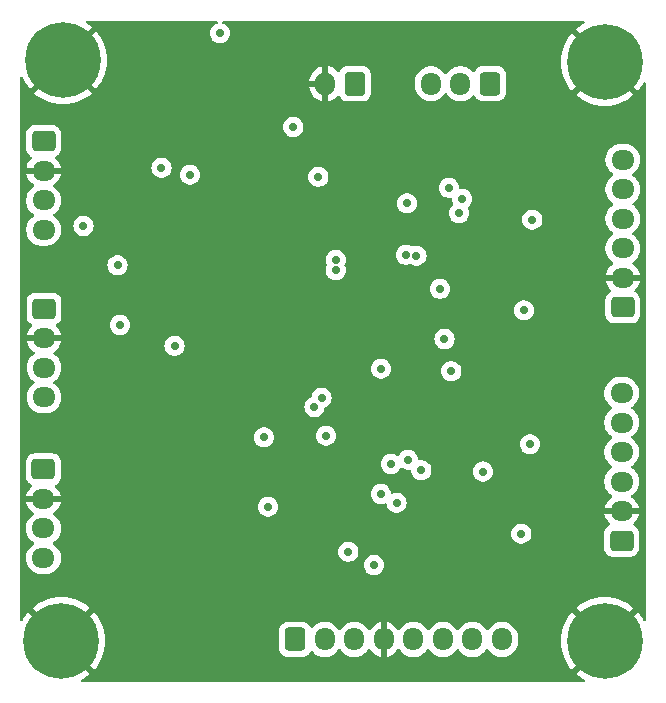
<source format=gbr>
%TF.GenerationSoftware,KiCad,Pcbnew,8.0.5*%
%TF.CreationDate,2024-10-08T13:01:26+02:00*%
%TF.ProjectId,ESE_AL8,4553455f-414c-4382-9e6b-696361645f70,rev?*%
%TF.SameCoordinates,Original*%
%TF.FileFunction,Copper,L2,Inr*%
%TF.FilePolarity,Positive*%
%FSLAX46Y46*%
G04 Gerber Fmt 4.6, Leading zero omitted, Abs format (unit mm)*
G04 Created by KiCad (PCBNEW 8.0.5) date 2024-10-08 13:01:26*
%MOMM*%
%LPD*%
G01*
G04 APERTURE LIST*
G04 Aperture macros list*
%AMRoundRect*
0 Rectangle with rounded corners*
0 $1 Rounding radius*
0 $2 $3 $4 $5 $6 $7 $8 $9 X,Y pos of 4 corners*
0 Add a 4 corners polygon primitive as box body*
4,1,4,$2,$3,$4,$5,$6,$7,$8,$9,$2,$3,0*
0 Add four circle primitives for the rounded corners*
1,1,$1+$1,$2,$3*
1,1,$1+$1,$4,$5*
1,1,$1+$1,$6,$7*
1,1,$1+$1,$8,$9*
0 Add four rect primitives between the rounded corners*
20,1,$1+$1,$2,$3,$4,$5,0*
20,1,$1+$1,$4,$5,$6,$7,0*
20,1,$1+$1,$6,$7,$8,$9,0*
20,1,$1+$1,$8,$9,$2,$3,0*%
G04 Aperture macros list end*
%TA.AperFunction,ComponentPad*%
%ADD10C,0.800000*%
%TD*%
%TA.AperFunction,ComponentPad*%
%ADD11C,6.400000*%
%TD*%
%TA.AperFunction,ComponentPad*%
%ADD12RoundRect,0.250000X0.725000X-0.600000X0.725000X0.600000X-0.725000X0.600000X-0.725000X-0.600000X0*%
%TD*%
%TA.AperFunction,ComponentPad*%
%ADD13O,1.950000X1.700000*%
%TD*%
%TA.AperFunction,ComponentPad*%
%ADD14RoundRect,0.250000X-0.725000X0.600000X-0.725000X-0.600000X0.725000X-0.600000X0.725000X0.600000X0*%
%TD*%
%TA.AperFunction,ComponentPad*%
%ADD15RoundRect,0.250000X0.600000X0.725000X-0.600000X0.725000X-0.600000X-0.725000X0.600000X-0.725000X0*%
%TD*%
%TA.AperFunction,ComponentPad*%
%ADD16O,1.700000X1.950000*%
%TD*%
%TA.AperFunction,ComponentPad*%
%ADD17RoundRect,0.250000X-0.600000X-0.725000X0.600000X-0.725000X0.600000X0.725000X-0.600000X0.725000X0*%
%TD*%
%TA.AperFunction,ComponentPad*%
%ADD18RoundRect,0.250000X0.600000X0.750000X-0.600000X0.750000X-0.600000X-0.750000X0.600000X-0.750000X0*%
%TD*%
%TA.AperFunction,ComponentPad*%
%ADD19O,1.700000X2.000000*%
%TD*%
%TA.AperFunction,ViaPad*%
%ADD20C,0.700000*%
%TD*%
G04 APERTURE END LIST*
D10*
%TO.N,GND*%
%TO.C,H4*%
X131600000Y-119000000D03*
X132302944Y-117302944D03*
X132302944Y-120697056D03*
X134000000Y-116600000D03*
D11*
X134000000Y-119000000D03*
D10*
X134000000Y-121400000D03*
X135697056Y-117302944D03*
X135697056Y-120697056D03*
X136400000Y-119000000D03*
%TD*%
%TO.N,GND*%
%TO.C,H3*%
X177600000Y-119000000D03*
X178302944Y-117302944D03*
X178302944Y-120697056D03*
X180000000Y-116600000D03*
D11*
X180000000Y-119000000D03*
D10*
X180000000Y-121400000D03*
X181697056Y-117302944D03*
X181697056Y-120697056D03*
X182400000Y-119000000D03*
%TD*%
D12*
%TO.N,/Actionneur/MOTEUR1-*%
%TO.C,J4*%
X181540000Y-90770000D03*
D13*
%TO.N,GND*%
X181540000Y-88270000D03*
%TO.N,/SENSORS/PHASE_A1*%
X181540000Y-85770000D03*
%TO.N,/SENSORS/PHASE_B1*%
X181540000Y-83270000D03*
%TO.N,+3.3V*%
X181540000Y-80770000D03*
%TO.N,/Actionneur/MOTEUR1+*%
X181540000Y-78270000D03*
%TD*%
D14*
%TO.N,+3.3V*%
%TO.C,J1*%
X132530000Y-90880000D03*
D13*
%TO.N,GND*%
X132530000Y-93380000D03*
%TO.N,/SENSORS/CB_OUT1*%
X132530000Y-95880000D03*
%TO.N,/SENSORS/CB_IN*%
X132530000Y-98380000D03*
%TD*%
D12*
%TO.N,/Actionneur/MOTEUR2-*%
%TO.C,J5*%
X181440000Y-110520000D03*
D13*
%TO.N,GND*%
X181440000Y-108020000D03*
%TO.N,/SENSORS/PHASE_A2*%
X181440000Y-105520000D03*
%TO.N,/SENSORS/PHASE_B2*%
X181440000Y-103020000D03*
%TO.N,+3.3V*%
X181440000Y-100520000D03*
%TO.N,/Actionneur/MOTEUR2+*%
X181440000Y-98020000D03*
%TD*%
D15*
%TO.N,unconnected-(SW2-C-Pad1)*%
%TO.C,SW2*%
X170290000Y-71830000D03*
D16*
%TO.N,+BATT*%
X167790000Y-71830000D03*
%TO.N,+7.2V*%
X165290000Y-71830000D03*
%TD*%
D14*
%TO.N,+3.3V*%
%TO.C,J8*%
X132500000Y-76710000D03*
D13*
%TO.N,GND*%
X132500000Y-79210000D03*
%TO.N,/Actionneur/SCL*%
X132500000Y-81710000D03*
%TO.N,/Actionneur/SDA*%
X132500000Y-84210000D03*
%TD*%
D14*
%TO.N,+3.3V*%
%TO.C,J2*%
X132490000Y-104490000D03*
D13*
%TO.N,GND*%
X132490000Y-106990000D03*
%TO.N,/SENSORS/CB_OUT2*%
X132490000Y-109490000D03*
%TO.N,/SENSORS/CB_IN*%
X132490000Y-111990000D03*
%TD*%
D17*
%TO.N,+5V*%
%TO.C,J3*%
X153810000Y-118890000D03*
D16*
%TO.N,/SENSORS/TX_LIDAR*%
X156310000Y-118890000D03*
%TO.N,/SENSORS/RX_LIDAR*%
X158810000Y-118890000D03*
%TO.N,GND*%
X161310000Y-118890000D03*
%TO.N,/SENSORS/M_EN_LIDAR*%
X163810000Y-118890000D03*
%TO.N,/SENSORS/DEV_EN_LIDAR*%
X166310000Y-118890000D03*
%TO.N,/SENSORS/M_SCTR_LIDAR*%
X168810000Y-118890000D03*
%TO.N,unconnected-(J3-Pin_8-Pad8)*%
X171310000Y-118890000D03*
%TD*%
D10*
%TO.N,GND*%
%TO.C,H2*%
X177600000Y-70000000D03*
X178302944Y-68302944D03*
X178302944Y-71697056D03*
X180000000Y-67600000D03*
D11*
X180000000Y-70000000D03*
D10*
X180000000Y-72400000D03*
X181697056Y-68302944D03*
X181697056Y-71697056D03*
X182400000Y-70000000D03*
%TD*%
D18*
%TO.N,+7.2V*%
%TO.C,J6*%
X158860000Y-71840000D03*
D19*
%TO.N,GND*%
X156360000Y-71840000D03*
%TD*%
D10*
%TO.N,GND*%
%TO.C,H1*%
X131740000Y-69840000D03*
X132442944Y-68142944D03*
X132442944Y-71537056D03*
X134140000Y-67440000D03*
D11*
X134140000Y-69840000D03*
D10*
X134140000Y-72240000D03*
X135837056Y-68142944D03*
X135837056Y-71537056D03*
X136540000Y-69840000D03*
%TD*%
D20*
%TO.N,+3.3V*%
X151170000Y-101780000D03*
X147440000Y-67560000D03*
%TO.N,GND*%
X143280000Y-81550000D03*
%TO.N,+3.3V*%
X138970000Y-92260000D03*
X138760000Y-87210000D03*
%TO.N,GND*%
X147900000Y-96200000D03*
%TO.N,+3.3V*%
X135870000Y-83880000D03*
X153640000Y-75500000D03*
%TO.N,GND*%
X156370000Y-106540000D03*
%TO.N,+3.3V*%
X160460000Y-112590000D03*
X161910000Y-104030000D03*
X161060000Y-95960000D03*
%TO.N,NRST*%
X151490000Y-107650000D03*
X142480000Y-78940000D03*
%TO.N,SWO*%
X156030000Y-98430000D03*
X144890000Y-79540000D03*
%TO.N,/SENSORS/TX_LIDAR*%
X158300000Y-111470000D03*
%TO.N,/SENSORS/PHASE_A1*%
X163340000Y-103660000D03*
%TO.N,/SENSORS/PHASE_B1*%
X164480000Y-104560000D03*
%TO.N,/SENSORS/PHASE_B2*%
X162380000Y-107310000D03*
%TO.N,/SENSORS/PHASE_A2*%
X156400000Y-101640000D03*
%TO.N,/SENSORS/INT1_ACCELERO*%
X155430000Y-99200000D03*
X143590000Y-94030000D03*
%TO.N,/Actionneur/FWD2*%
X169700000Y-104670000D03*
X161045023Y-106565023D03*
%TO.N,+BATT*%
X173190000Y-91030000D03*
X173680000Y-102360000D03*
X172950000Y-109930000D03*
X173880000Y-83340000D03*
X166820000Y-80650000D03*
%TO.N,/Alimentation/vcc*%
X167670000Y-82800000D03*
X164064199Y-86383239D03*
%TO.N,/Alimentation/sw*%
X157230000Y-86730000D03*
X163250000Y-81970000D03*
X157230000Y-87620000D03*
%TO.N,+5V*%
X166050000Y-89200000D03*
X167020000Y-96170000D03*
X166440000Y-93450000D03*
X155760000Y-79720000D03*
%TO.N,/Alimentation/en{slash}sync*%
X163166012Y-86326147D03*
X167920000Y-81580000D03*
%TD*%
%TA.AperFunction,Conductor*%
%TO.N,GND*%
G36*
X147221135Y-66520185D02*
G01*
X147266890Y-66572989D01*
X147276834Y-66642147D01*
X147247809Y-66705703D01*
X147189031Y-66743477D01*
X147179876Y-66745790D01*
X147175735Y-66746670D01*
X147175728Y-66746672D01*
X147012408Y-66819387D01*
X146867768Y-66924475D01*
X146748140Y-67057336D01*
X146658750Y-67212164D01*
X146658747Y-67212170D01*
X146603504Y-67382192D01*
X146603503Y-67382194D01*
X146584815Y-67560000D01*
X146603503Y-67737805D01*
X146603504Y-67737807D01*
X146658747Y-67907829D01*
X146658750Y-67907835D01*
X146748141Y-68062665D01*
X146789812Y-68108946D01*
X146867764Y-68195521D01*
X146867767Y-68195523D01*
X146867770Y-68195526D01*
X147012407Y-68300612D01*
X147175733Y-68373329D01*
X147350609Y-68410500D01*
X147350610Y-68410500D01*
X147529389Y-68410500D01*
X147529391Y-68410500D01*
X147704267Y-68373329D01*
X147867593Y-68300612D01*
X148012230Y-68195526D01*
X148131859Y-68062665D01*
X148221250Y-67907835D01*
X148276497Y-67737803D01*
X148295185Y-67560000D01*
X148276497Y-67382197D01*
X148221250Y-67212165D01*
X148131859Y-67057335D01*
X148041165Y-66956609D01*
X148012235Y-66924478D01*
X148012232Y-66924476D01*
X148012231Y-66924475D01*
X148012230Y-66924474D01*
X147867593Y-66819388D01*
X147704267Y-66746671D01*
X147704265Y-66746670D01*
X147704264Y-66746670D01*
X147704263Y-66746669D01*
X147700124Y-66745790D01*
X147638642Y-66712598D01*
X147604865Y-66651435D01*
X147609517Y-66581721D01*
X147651121Y-66525588D01*
X147716469Y-66500859D01*
X147725904Y-66500500D01*
X178201706Y-66500500D01*
X178268745Y-66520185D01*
X178314500Y-66572989D01*
X178324444Y-66642147D01*
X178295419Y-66705703D01*
X178258001Y-66734985D01*
X178147456Y-66791310D01*
X177822206Y-67002531D01*
X177564648Y-67211095D01*
X177564648Y-67211096D01*
X179059301Y-68705748D01*
X178957670Y-68779588D01*
X178779588Y-68957670D01*
X178705748Y-69059300D01*
X177211096Y-67564648D01*
X177211095Y-67564648D01*
X177002531Y-67822206D01*
X176791310Y-68147456D01*
X176615244Y-68493005D01*
X176476262Y-68855063D01*
X176375887Y-69229669D01*
X176375886Y-69229676D01*
X176315219Y-69612712D01*
X176294922Y-69999999D01*
X176294922Y-70000000D01*
X176315219Y-70387287D01*
X176375886Y-70770323D01*
X176375887Y-70770330D01*
X176476262Y-71144936D01*
X176615244Y-71506994D01*
X176791310Y-71852543D01*
X177002531Y-72177793D01*
X177211095Y-72435350D01*
X177211096Y-72435350D01*
X178705748Y-70940698D01*
X178779588Y-71042330D01*
X178957670Y-71220412D01*
X179059300Y-71294251D01*
X177564648Y-72788903D01*
X177564649Y-72788904D01*
X177822206Y-72997468D01*
X178147456Y-73208689D01*
X178493005Y-73384755D01*
X178855063Y-73523737D01*
X179229669Y-73624112D01*
X179229676Y-73624113D01*
X179612712Y-73684780D01*
X179999999Y-73705078D01*
X180000001Y-73705078D01*
X180387287Y-73684780D01*
X180770323Y-73624113D01*
X180770330Y-73624112D01*
X181144936Y-73523737D01*
X181506994Y-73384755D01*
X181852543Y-73208689D01*
X182177783Y-72997476D01*
X182177785Y-72997475D01*
X182435349Y-72788902D01*
X180940698Y-71294251D01*
X181042330Y-71220412D01*
X181220412Y-71042330D01*
X181294251Y-70940698D01*
X182788902Y-72435349D01*
X182997475Y-72177785D01*
X182997476Y-72177783D01*
X183208691Y-71852541D01*
X183208692Y-71852538D01*
X183265015Y-71741999D01*
X183312989Y-71691202D01*
X183380810Y-71674407D01*
X183446945Y-71696944D01*
X183490397Y-71751659D01*
X183499500Y-71798293D01*
X183499500Y-117201706D01*
X183479815Y-117268745D01*
X183427011Y-117314500D01*
X183357853Y-117324444D01*
X183294297Y-117295419D01*
X183265015Y-117258001D01*
X183208689Y-117147456D01*
X182997468Y-116822206D01*
X182788904Y-116564649D01*
X182788903Y-116564648D01*
X181294251Y-118059300D01*
X181220412Y-117957670D01*
X181042330Y-117779588D01*
X180940698Y-117705748D01*
X182435350Y-116211096D01*
X182435350Y-116211095D01*
X182177793Y-116002531D01*
X181852543Y-115791310D01*
X181506994Y-115615244D01*
X181144936Y-115476262D01*
X180770330Y-115375887D01*
X180770323Y-115375886D01*
X180387287Y-115315219D01*
X180000001Y-115294922D01*
X179999999Y-115294922D01*
X179612712Y-115315219D01*
X179229676Y-115375886D01*
X179229669Y-115375887D01*
X178855063Y-115476262D01*
X178493005Y-115615244D01*
X178147456Y-115791310D01*
X177822206Y-116002531D01*
X177564648Y-116211095D01*
X177564648Y-116211096D01*
X179059301Y-117705748D01*
X178957670Y-117779588D01*
X178779588Y-117957670D01*
X178705748Y-118059300D01*
X177211096Y-116564648D01*
X177211095Y-116564648D01*
X177002531Y-116822206D01*
X176791310Y-117147456D01*
X176615244Y-117493005D01*
X176476262Y-117855063D01*
X176375887Y-118229669D01*
X176375886Y-118229676D01*
X176315219Y-118612712D01*
X176294922Y-118999999D01*
X176294922Y-119000000D01*
X176315219Y-119387287D01*
X176375886Y-119770323D01*
X176375887Y-119770330D01*
X176476262Y-120144936D01*
X176615244Y-120506994D01*
X176791310Y-120852543D01*
X177002531Y-121177793D01*
X177211095Y-121435350D01*
X177211096Y-121435350D01*
X178705748Y-119940698D01*
X178779588Y-120042330D01*
X178957670Y-120220412D01*
X179059300Y-120294251D01*
X177564648Y-121788903D01*
X177564649Y-121788904D01*
X177822206Y-121997468D01*
X178147456Y-122208689D01*
X178258001Y-122265015D01*
X178308797Y-122312990D01*
X178325592Y-122380811D01*
X178303055Y-122446945D01*
X178248340Y-122490397D01*
X178201706Y-122499500D01*
X135798294Y-122499500D01*
X135731255Y-122479815D01*
X135685500Y-122427011D01*
X135675556Y-122357853D01*
X135704581Y-122294297D01*
X135741999Y-122265015D01*
X135852543Y-122208689D01*
X136177783Y-121997476D01*
X136177785Y-121997475D01*
X136435349Y-121788902D01*
X134940698Y-120294251D01*
X135042330Y-120220412D01*
X135220412Y-120042330D01*
X135294251Y-119940698D01*
X136788902Y-121435349D01*
X136997475Y-121177785D01*
X136997476Y-121177783D01*
X137208689Y-120852543D01*
X137384755Y-120506994D01*
X137523737Y-120144936D01*
X137624112Y-119770330D01*
X137624113Y-119770323D01*
X137684780Y-119387287D01*
X137705078Y-119000000D01*
X137705078Y-118999999D01*
X137684780Y-118612712D01*
X137624113Y-118229676D01*
X137624112Y-118229669D01*
X137593382Y-118114983D01*
X152459500Y-118114983D01*
X152459500Y-119665001D01*
X152459501Y-119665018D01*
X152470000Y-119767796D01*
X152470001Y-119767799D01*
X152515894Y-119906294D01*
X152525186Y-119934334D01*
X152617288Y-120083656D01*
X152741344Y-120207712D01*
X152890666Y-120299814D01*
X153057203Y-120354999D01*
X153159991Y-120365500D01*
X154460008Y-120365499D01*
X154562797Y-120354999D01*
X154729334Y-120299814D01*
X154878656Y-120207712D01*
X155002712Y-120083656D01*
X155094814Y-119934334D01*
X155094814Y-119934331D01*
X155098178Y-119928879D01*
X155150126Y-119882154D01*
X155219088Y-119870931D01*
X155283170Y-119898774D01*
X155291398Y-119906294D01*
X155430213Y-120045109D01*
X155602179Y-120170048D01*
X155602181Y-120170049D01*
X155602184Y-120170051D01*
X155791588Y-120266557D01*
X155993757Y-120332246D01*
X156203713Y-120365500D01*
X156203714Y-120365500D01*
X156416286Y-120365500D01*
X156416287Y-120365500D01*
X156626243Y-120332246D01*
X156828412Y-120266557D01*
X157017816Y-120170051D01*
X157052384Y-120144936D01*
X157189786Y-120045109D01*
X157189788Y-120045106D01*
X157189792Y-120045104D01*
X157340104Y-119894792D01*
X157459683Y-119730204D01*
X157515011Y-119687540D01*
X157584624Y-119681561D01*
X157646420Y-119714166D01*
X157660313Y-119730199D01*
X157689465Y-119770323D01*
X157779896Y-119894792D01*
X157930213Y-120045109D01*
X158102179Y-120170048D01*
X158102181Y-120170049D01*
X158102184Y-120170051D01*
X158291588Y-120266557D01*
X158493757Y-120332246D01*
X158703713Y-120365500D01*
X158703714Y-120365500D01*
X158916286Y-120365500D01*
X158916287Y-120365500D01*
X159126243Y-120332246D01*
X159328412Y-120266557D01*
X159517816Y-120170051D01*
X159552384Y-120144936D01*
X159689786Y-120045109D01*
X159689788Y-120045106D01*
X159689792Y-120045104D01*
X159840104Y-119894792D01*
X159959991Y-119729779D01*
X160015320Y-119687115D01*
X160084933Y-119681136D01*
X160146729Y-119713741D01*
X160160627Y-119729781D01*
X160280272Y-119894459D01*
X160280276Y-119894464D01*
X160430535Y-120044723D01*
X160430540Y-120044727D01*
X160602442Y-120169620D01*
X160791782Y-120266095D01*
X160993871Y-120331757D01*
X161060000Y-120342231D01*
X161060000Y-119294145D01*
X161126657Y-119332630D01*
X161247465Y-119365000D01*
X161372535Y-119365000D01*
X161493343Y-119332630D01*
X161560000Y-119294145D01*
X161560000Y-120342230D01*
X161626126Y-120331757D01*
X161626129Y-120331757D01*
X161828217Y-120266095D01*
X162017557Y-120169620D01*
X162189459Y-120044727D01*
X162189464Y-120044723D01*
X162339721Y-119894466D01*
X162459371Y-119729781D01*
X162514701Y-119687115D01*
X162584314Y-119681136D01*
X162646110Y-119713741D01*
X162660008Y-119729781D01*
X162779890Y-119894785D01*
X162779894Y-119894790D01*
X162930213Y-120045109D01*
X163102179Y-120170048D01*
X163102181Y-120170049D01*
X163102184Y-120170051D01*
X163291588Y-120266557D01*
X163493757Y-120332246D01*
X163703713Y-120365500D01*
X163703714Y-120365500D01*
X163916286Y-120365500D01*
X163916287Y-120365500D01*
X164126243Y-120332246D01*
X164328412Y-120266557D01*
X164517816Y-120170051D01*
X164552384Y-120144936D01*
X164689786Y-120045109D01*
X164689788Y-120045106D01*
X164689792Y-120045104D01*
X164840104Y-119894792D01*
X164959683Y-119730204D01*
X165015011Y-119687540D01*
X165084624Y-119681561D01*
X165146420Y-119714166D01*
X165160313Y-119730199D01*
X165189465Y-119770323D01*
X165279896Y-119894792D01*
X165430213Y-120045109D01*
X165602179Y-120170048D01*
X165602181Y-120170049D01*
X165602184Y-120170051D01*
X165791588Y-120266557D01*
X165993757Y-120332246D01*
X166203713Y-120365500D01*
X166203714Y-120365500D01*
X166416286Y-120365500D01*
X166416287Y-120365500D01*
X166626243Y-120332246D01*
X166828412Y-120266557D01*
X167017816Y-120170051D01*
X167052384Y-120144936D01*
X167189786Y-120045109D01*
X167189788Y-120045106D01*
X167189792Y-120045104D01*
X167340104Y-119894792D01*
X167459683Y-119730204D01*
X167515011Y-119687540D01*
X167584624Y-119681561D01*
X167646420Y-119714166D01*
X167660313Y-119730199D01*
X167689465Y-119770323D01*
X167779896Y-119894792D01*
X167930213Y-120045109D01*
X168102179Y-120170048D01*
X168102181Y-120170049D01*
X168102184Y-120170051D01*
X168291588Y-120266557D01*
X168493757Y-120332246D01*
X168703713Y-120365500D01*
X168703714Y-120365500D01*
X168916286Y-120365500D01*
X168916287Y-120365500D01*
X169126243Y-120332246D01*
X169328412Y-120266557D01*
X169517816Y-120170051D01*
X169552384Y-120144936D01*
X169689786Y-120045109D01*
X169689788Y-120045106D01*
X169689792Y-120045104D01*
X169840104Y-119894792D01*
X169959683Y-119730204D01*
X170015011Y-119687540D01*
X170084624Y-119681561D01*
X170146420Y-119714166D01*
X170160313Y-119730199D01*
X170189465Y-119770323D01*
X170279896Y-119894792D01*
X170430213Y-120045109D01*
X170602179Y-120170048D01*
X170602181Y-120170049D01*
X170602184Y-120170051D01*
X170791588Y-120266557D01*
X170993757Y-120332246D01*
X171203713Y-120365500D01*
X171203714Y-120365500D01*
X171416286Y-120365500D01*
X171416287Y-120365500D01*
X171626243Y-120332246D01*
X171828412Y-120266557D01*
X172017816Y-120170051D01*
X172052384Y-120144936D01*
X172189786Y-120045109D01*
X172189788Y-120045106D01*
X172189792Y-120045104D01*
X172340104Y-119894792D01*
X172340106Y-119894788D01*
X172340109Y-119894786D01*
X172465048Y-119722820D01*
X172465047Y-119722820D01*
X172465051Y-119722816D01*
X172561557Y-119533412D01*
X172627246Y-119331243D01*
X172660500Y-119121287D01*
X172660500Y-118658713D01*
X172627246Y-118448757D01*
X172561557Y-118246588D01*
X172465051Y-118057184D01*
X172465049Y-118057181D01*
X172465048Y-118057179D01*
X172340109Y-117885213D01*
X172189786Y-117734890D01*
X172017820Y-117609951D01*
X171828414Y-117513444D01*
X171828413Y-117513443D01*
X171828412Y-117513443D01*
X171626243Y-117447754D01*
X171626241Y-117447753D01*
X171626240Y-117447753D01*
X171464957Y-117422208D01*
X171416287Y-117414500D01*
X171203713Y-117414500D01*
X171155042Y-117422208D01*
X170993760Y-117447753D01*
X170791585Y-117513444D01*
X170602179Y-117609951D01*
X170430213Y-117734890D01*
X170279894Y-117885209D01*
X170279890Y-117885214D01*
X170160318Y-118049793D01*
X170104989Y-118092459D01*
X170035375Y-118098438D01*
X169973580Y-118065833D01*
X169959682Y-118049793D01*
X169840109Y-117885214D01*
X169840105Y-117885209D01*
X169689786Y-117734890D01*
X169517820Y-117609951D01*
X169328414Y-117513444D01*
X169328413Y-117513443D01*
X169328412Y-117513443D01*
X169126243Y-117447754D01*
X169126241Y-117447753D01*
X169126240Y-117447753D01*
X168964957Y-117422208D01*
X168916287Y-117414500D01*
X168703713Y-117414500D01*
X168655042Y-117422208D01*
X168493760Y-117447753D01*
X168291585Y-117513444D01*
X168102179Y-117609951D01*
X167930213Y-117734890D01*
X167779894Y-117885209D01*
X167779890Y-117885214D01*
X167660318Y-118049793D01*
X167604989Y-118092459D01*
X167535375Y-118098438D01*
X167473580Y-118065833D01*
X167459682Y-118049793D01*
X167340109Y-117885214D01*
X167340105Y-117885209D01*
X167189786Y-117734890D01*
X167017820Y-117609951D01*
X166828414Y-117513444D01*
X166828413Y-117513443D01*
X166828412Y-117513443D01*
X166626243Y-117447754D01*
X166626241Y-117447753D01*
X166626240Y-117447753D01*
X166464957Y-117422208D01*
X166416287Y-117414500D01*
X166203713Y-117414500D01*
X166155042Y-117422208D01*
X165993760Y-117447753D01*
X165791585Y-117513444D01*
X165602179Y-117609951D01*
X165430213Y-117734890D01*
X165279894Y-117885209D01*
X165279890Y-117885214D01*
X165160318Y-118049793D01*
X165104989Y-118092459D01*
X165035375Y-118098438D01*
X164973580Y-118065833D01*
X164959682Y-118049793D01*
X164840109Y-117885214D01*
X164840105Y-117885209D01*
X164689786Y-117734890D01*
X164517820Y-117609951D01*
X164328414Y-117513444D01*
X164328413Y-117513443D01*
X164328412Y-117513443D01*
X164126243Y-117447754D01*
X164126241Y-117447753D01*
X164126240Y-117447753D01*
X163964957Y-117422208D01*
X163916287Y-117414500D01*
X163703713Y-117414500D01*
X163655042Y-117422208D01*
X163493760Y-117447753D01*
X163291585Y-117513444D01*
X163102179Y-117609951D01*
X162930213Y-117734890D01*
X162779894Y-117885209D01*
X162779890Y-117885214D01*
X162660008Y-118050218D01*
X162604678Y-118092884D01*
X162535065Y-118098863D01*
X162473270Y-118066257D01*
X162459372Y-118050218D01*
X162339727Y-117885540D01*
X162339723Y-117885535D01*
X162189464Y-117735276D01*
X162189459Y-117735272D01*
X162017557Y-117610379D01*
X161828215Y-117513903D01*
X161626124Y-117448241D01*
X161560000Y-117437768D01*
X161560000Y-118485854D01*
X161493343Y-118447370D01*
X161372535Y-118415000D01*
X161247465Y-118415000D01*
X161126657Y-118447370D01*
X161060000Y-118485854D01*
X161060000Y-117437768D01*
X161059999Y-117437768D01*
X160993875Y-117448241D01*
X160791784Y-117513903D01*
X160602442Y-117610379D01*
X160430540Y-117735272D01*
X160430535Y-117735276D01*
X160280276Y-117885535D01*
X160280272Y-117885540D01*
X160160627Y-118050218D01*
X160105297Y-118092884D01*
X160035684Y-118098863D01*
X159973889Y-118066257D01*
X159959991Y-118050218D01*
X159840109Y-117885214D01*
X159840105Y-117885209D01*
X159689786Y-117734890D01*
X159517820Y-117609951D01*
X159328414Y-117513444D01*
X159328413Y-117513443D01*
X159328412Y-117513443D01*
X159126243Y-117447754D01*
X159126241Y-117447753D01*
X159126240Y-117447753D01*
X158964957Y-117422208D01*
X158916287Y-117414500D01*
X158703713Y-117414500D01*
X158655042Y-117422208D01*
X158493760Y-117447753D01*
X158291585Y-117513444D01*
X158102179Y-117609951D01*
X157930213Y-117734890D01*
X157779894Y-117885209D01*
X157779890Y-117885214D01*
X157660318Y-118049793D01*
X157604989Y-118092459D01*
X157535375Y-118098438D01*
X157473580Y-118065833D01*
X157459682Y-118049793D01*
X157340109Y-117885214D01*
X157340105Y-117885209D01*
X157189786Y-117734890D01*
X157017820Y-117609951D01*
X156828414Y-117513444D01*
X156828413Y-117513443D01*
X156828412Y-117513443D01*
X156626243Y-117447754D01*
X156626241Y-117447753D01*
X156626240Y-117447753D01*
X156464957Y-117422208D01*
X156416287Y-117414500D01*
X156203713Y-117414500D01*
X156155042Y-117422208D01*
X155993760Y-117447753D01*
X155791585Y-117513444D01*
X155602179Y-117609951D01*
X155430215Y-117734889D01*
X155291398Y-117873706D01*
X155230075Y-117907190D01*
X155160383Y-117902206D01*
X155104450Y-117860334D01*
X155098178Y-117851120D01*
X155002712Y-117696344D01*
X154878657Y-117572289D01*
X154878656Y-117572288D01*
X154729334Y-117480186D01*
X154562797Y-117425001D01*
X154562795Y-117425000D01*
X154460010Y-117414500D01*
X153159998Y-117414500D01*
X153159981Y-117414501D01*
X153057203Y-117425000D01*
X153057200Y-117425001D01*
X152890668Y-117480185D01*
X152890663Y-117480187D01*
X152741342Y-117572289D01*
X152617289Y-117696342D01*
X152525187Y-117845663D01*
X152525185Y-117845668D01*
X152522072Y-117855063D01*
X152470001Y-118012203D01*
X152470001Y-118012204D01*
X152470000Y-118012204D01*
X152459500Y-118114983D01*
X137593382Y-118114983D01*
X137523737Y-117855063D01*
X137384755Y-117493005D01*
X137208689Y-117147456D01*
X136997468Y-116822206D01*
X136788904Y-116564649D01*
X136788903Y-116564648D01*
X135294251Y-118059300D01*
X135220412Y-117957670D01*
X135042330Y-117779588D01*
X134940698Y-117705748D01*
X136435350Y-116211096D01*
X136435350Y-116211095D01*
X136177793Y-116002531D01*
X135852543Y-115791310D01*
X135506994Y-115615244D01*
X135144936Y-115476262D01*
X134770330Y-115375887D01*
X134770323Y-115375886D01*
X134387287Y-115315219D01*
X134000001Y-115294922D01*
X133999999Y-115294922D01*
X133612712Y-115315219D01*
X133229676Y-115375886D01*
X133229669Y-115375887D01*
X132855063Y-115476262D01*
X132493005Y-115615244D01*
X132147456Y-115791310D01*
X131822206Y-116002531D01*
X131564648Y-116211095D01*
X131564648Y-116211096D01*
X133059301Y-117705748D01*
X132957670Y-117779588D01*
X132779588Y-117957670D01*
X132705748Y-118059301D01*
X131211096Y-116564648D01*
X131211095Y-116564648D01*
X131002531Y-116822206D01*
X130791310Y-117147456D01*
X130734985Y-117258001D01*
X130687010Y-117308797D01*
X130619189Y-117325592D01*
X130553055Y-117303055D01*
X130509603Y-117248340D01*
X130500500Y-117201706D01*
X130500500Y-103839983D01*
X131014500Y-103839983D01*
X131014500Y-105140001D01*
X131014501Y-105140018D01*
X131025000Y-105242796D01*
X131025001Y-105242799D01*
X131045786Y-105305523D01*
X131080186Y-105409334D01*
X131172288Y-105558656D01*
X131296344Y-105682712D01*
X131408182Y-105751694D01*
X131451558Y-105778448D01*
X131498283Y-105830396D01*
X131509506Y-105899358D01*
X131481663Y-105963441D01*
X131474144Y-105971668D01*
X131335271Y-106110541D01*
X131210379Y-106282442D01*
X131113904Y-106471782D01*
X131048242Y-106673870D01*
X131048242Y-106673873D01*
X131037769Y-106740000D01*
X132085854Y-106740000D01*
X132047370Y-106806657D01*
X132015000Y-106927465D01*
X132015000Y-107052535D01*
X132047370Y-107173343D01*
X132085854Y-107240000D01*
X131037769Y-107240000D01*
X131048242Y-107306126D01*
X131048242Y-107306129D01*
X131113904Y-107508217D01*
X131210379Y-107697557D01*
X131335272Y-107869459D01*
X131335276Y-107869464D01*
X131485535Y-108019723D01*
X131485540Y-108019727D01*
X131650218Y-108139372D01*
X131692884Y-108194701D01*
X131698863Y-108264315D01*
X131666258Y-108326110D01*
X131650218Y-108340008D01*
X131485214Y-108459890D01*
X131485209Y-108459894D01*
X131334890Y-108610213D01*
X131209951Y-108782179D01*
X131113444Y-108971585D01*
X131047753Y-109173760D01*
X131014500Y-109383713D01*
X131014500Y-109596286D01*
X131041570Y-109767203D01*
X131047754Y-109806243D01*
X131087965Y-109930000D01*
X131113444Y-110008414D01*
X131209951Y-110197820D01*
X131334890Y-110369786D01*
X131485209Y-110520105D01*
X131485214Y-110520109D01*
X131649793Y-110639682D01*
X131692459Y-110695011D01*
X131698438Y-110764625D01*
X131665833Y-110826420D01*
X131649793Y-110840318D01*
X131485214Y-110959890D01*
X131485209Y-110959894D01*
X131334890Y-111110213D01*
X131209951Y-111282179D01*
X131113444Y-111471585D01*
X131047753Y-111673760D01*
X131014500Y-111883713D01*
X131014500Y-112096286D01*
X131044124Y-112283329D01*
X131047754Y-112306243D01*
X131052386Y-112320500D01*
X131113444Y-112508414D01*
X131209951Y-112697820D01*
X131334890Y-112869786D01*
X131485213Y-113020109D01*
X131657179Y-113145048D01*
X131657181Y-113145049D01*
X131657184Y-113145051D01*
X131846588Y-113241557D01*
X132048757Y-113307246D01*
X132258713Y-113340500D01*
X132258714Y-113340500D01*
X132721286Y-113340500D01*
X132721287Y-113340500D01*
X132931243Y-113307246D01*
X133133412Y-113241557D01*
X133322816Y-113145051D01*
X133394920Y-113092665D01*
X133494786Y-113020109D01*
X133494788Y-113020106D01*
X133494792Y-113020104D01*
X133645104Y-112869792D01*
X133645106Y-112869788D01*
X133645109Y-112869786D01*
X133770048Y-112697820D01*
X133770047Y-112697820D01*
X133770051Y-112697816D01*
X133824986Y-112590000D01*
X159604815Y-112590000D01*
X159623503Y-112767805D01*
X159623504Y-112767807D01*
X159678747Y-112937829D01*
X159678750Y-112937835D01*
X159768141Y-113092665D01*
X159809812Y-113138946D01*
X159887764Y-113225521D01*
X159887767Y-113225523D01*
X159887770Y-113225526D01*
X160032407Y-113330612D01*
X160195733Y-113403329D01*
X160370609Y-113440500D01*
X160370610Y-113440500D01*
X160549389Y-113440500D01*
X160549391Y-113440500D01*
X160724267Y-113403329D01*
X160887593Y-113330612D01*
X161032230Y-113225526D01*
X161151859Y-113092665D01*
X161241250Y-112937835D01*
X161296497Y-112767803D01*
X161315185Y-112590000D01*
X161296497Y-112412197D01*
X161241250Y-112242165D01*
X161151859Y-112087335D01*
X161105003Y-112035296D01*
X161032235Y-111954478D01*
X161032232Y-111954476D01*
X161032231Y-111954475D01*
X161032230Y-111954474D01*
X160887593Y-111849388D01*
X160724267Y-111776671D01*
X160724265Y-111776670D01*
X160596594Y-111749533D01*
X160549391Y-111739500D01*
X160370609Y-111739500D01*
X160339954Y-111746015D01*
X160195733Y-111776670D01*
X160195728Y-111776672D01*
X160032408Y-111849387D01*
X159887768Y-111954475D01*
X159768140Y-112087336D01*
X159678750Y-112242164D01*
X159678747Y-112242170D01*
X159623504Y-112412192D01*
X159623503Y-112412194D01*
X159604815Y-112590000D01*
X133824986Y-112590000D01*
X133866557Y-112508412D01*
X133932246Y-112306243D01*
X133965500Y-112096287D01*
X133965500Y-111883713D01*
X133932246Y-111673757D01*
X133866557Y-111471588D01*
X133865748Y-111470000D01*
X157444815Y-111470000D01*
X157463503Y-111647805D01*
X157463504Y-111647807D01*
X157518747Y-111817829D01*
X157518750Y-111817835D01*
X157608141Y-111972665D01*
X157649812Y-112018946D01*
X157727764Y-112105521D01*
X157727767Y-112105523D01*
X157727770Y-112105526D01*
X157872407Y-112210612D01*
X158035733Y-112283329D01*
X158210609Y-112320500D01*
X158210610Y-112320500D01*
X158389389Y-112320500D01*
X158389391Y-112320500D01*
X158564267Y-112283329D01*
X158727593Y-112210612D01*
X158872230Y-112105526D01*
X158888609Y-112087336D01*
X158898148Y-112076741D01*
X158991859Y-111972665D01*
X159081250Y-111817835D01*
X159136497Y-111647803D01*
X159155185Y-111470000D01*
X159136497Y-111292197D01*
X159108873Y-111207181D01*
X159081252Y-111122170D01*
X159081249Y-111122164D01*
X158991859Y-110967335D01*
X158945003Y-110915296D01*
X158872235Y-110834478D01*
X158872232Y-110834476D01*
X158872231Y-110834475D01*
X158872230Y-110834474D01*
X158727593Y-110729388D01*
X158564267Y-110656671D01*
X158564265Y-110656670D01*
X158436594Y-110629533D01*
X158389391Y-110619500D01*
X158210609Y-110619500D01*
X158179954Y-110626015D01*
X158035733Y-110656670D01*
X158035728Y-110656672D01*
X157872408Y-110729387D01*
X157727768Y-110834475D01*
X157608140Y-110967336D01*
X157518750Y-111122164D01*
X157518747Y-111122170D01*
X157463504Y-111292192D01*
X157463503Y-111292194D01*
X157444815Y-111470000D01*
X133865748Y-111470000D01*
X133770051Y-111282184D01*
X133770049Y-111282181D01*
X133770048Y-111282179D01*
X133645109Y-111110213D01*
X133494792Y-110959896D01*
X133494784Y-110959890D01*
X133330204Y-110840316D01*
X133287540Y-110784989D01*
X133281561Y-110715376D01*
X133314166Y-110653580D01*
X133330199Y-110639686D01*
X133494792Y-110520104D01*
X133645104Y-110369792D01*
X133645106Y-110369788D01*
X133645109Y-110369786D01*
X133770048Y-110197820D01*
X133770047Y-110197820D01*
X133770051Y-110197816D01*
X133866557Y-110008412D01*
X133892035Y-109930000D01*
X172094815Y-109930000D01*
X172113503Y-110107805D01*
X172113504Y-110107807D01*
X172168747Y-110277829D01*
X172168750Y-110277835D01*
X172258141Y-110432665D01*
X172299812Y-110478946D01*
X172377764Y-110565521D01*
X172377767Y-110565523D01*
X172377770Y-110565526D01*
X172522407Y-110670612D01*
X172685733Y-110743329D01*
X172860609Y-110780500D01*
X172860610Y-110780500D01*
X173039389Y-110780500D01*
X173039391Y-110780500D01*
X173214267Y-110743329D01*
X173377593Y-110670612D01*
X173522230Y-110565526D01*
X173641859Y-110432665D01*
X173731250Y-110277835D01*
X173786497Y-110107803D01*
X173805185Y-109930000D01*
X173786497Y-109752197D01*
X173737262Y-109600668D01*
X173731252Y-109582170D01*
X173731249Y-109582164D01*
X173641859Y-109427335D01*
X173595003Y-109375296D01*
X173522235Y-109294478D01*
X173522232Y-109294476D01*
X173522231Y-109294475D01*
X173522230Y-109294474D01*
X173377593Y-109189388D01*
X173214267Y-109116671D01*
X173214265Y-109116670D01*
X173086594Y-109089533D01*
X173039391Y-109079500D01*
X172860609Y-109079500D01*
X172829954Y-109086015D01*
X172685733Y-109116670D01*
X172685728Y-109116672D01*
X172522408Y-109189387D01*
X172377768Y-109294475D01*
X172258140Y-109427336D01*
X172168750Y-109582164D01*
X172168747Y-109582170D01*
X172113504Y-109752192D01*
X172113503Y-109752194D01*
X172094815Y-109930000D01*
X133892035Y-109930000D01*
X133932246Y-109806243D01*
X133965500Y-109596287D01*
X133965500Y-109383713D01*
X133932246Y-109173757D01*
X133866557Y-108971588D01*
X133770051Y-108782184D01*
X133770049Y-108782181D01*
X133770048Y-108782179D01*
X133645109Y-108610213D01*
X133494790Y-108459894D01*
X133494785Y-108459890D01*
X133329781Y-108340008D01*
X133287115Y-108284678D01*
X133281136Y-108215065D01*
X133313741Y-108153270D01*
X133329781Y-108139371D01*
X133494466Y-108019721D01*
X133644723Y-107869464D01*
X133644727Y-107869459D01*
X133769620Y-107697557D01*
X133793852Y-107650000D01*
X150634815Y-107650000D01*
X150653503Y-107827805D01*
X150653504Y-107827807D01*
X150708747Y-107997829D01*
X150708750Y-107997835D01*
X150798141Y-108152665D01*
X150835991Y-108194701D01*
X150917764Y-108285521D01*
X150917767Y-108285523D01*
X150917770Y-108285526D01*
X151062407Y-108390612D01*
X151225733Y-108463329D01*
X151400609Y-108500500D01*
X151400610Y-108500500D01*
X151579389Y-108500500D01*
X151579391Y-108500500D01*
X151754267Y-108463329D01*
X151917593Y-108390612D01*
X152062230Y-108285526D01*
X152181859Y-108152665D01*
X152271250Y-107997835D01*
X152326497Y-107827803D01*
X152345185Y-107650000D01*
X152326497Y-107472197D01*
X152284765Y-107343760D01*
X152271252Y-107302170D01*
X152271249Y-107302164D01*
X152181859Y-107147335D01*
X152135003Y-107095296D01*
X152062235Y-107014478D01*
X152062232Y-107014476D01*
X152062231Y-107014475D01*
X152062230Y-107014474D01*
X151917593Y-106909388D01*
X151754267Y-106836671D01*
X151754265Y-106836670D01*
X151626594Y-106809533D01*
X151579391Y-106799500D01*
X151400609Y-106799500D01*
X151369954Y-106806015D01*
X151225733Y-106836670D01*
X151225728Y-106836672D01*
X151062408Y-106909387D01*
X150917768Y-107014475D01*
X150798140Y-107147336D01*
X150708750Y-107302164D01*
X150708747Y-107302170D01*
X150653504Y-107472192D01*
X150653503Y-107472194D01*
X150634815Y-107650000D01*
X133793852Y-107650000D01*
X133866095Y-107508217D01*
X133931757Y-107306129D01*
X133931757Y-107306126D01*
X133942231Y-107240000D01*
X132894146Y-107240000D01*
X132932630Y-107173343D01*
X132965000Y-107052535D01*
X132965000Y-106927465D01*
X132932630Y-106806657D01*
X132894146Y-106740000D01*
X133942231Y-106740000D01*
X133931757Y-106673873D01*
X133931757Y-106673870D01*
X133896391Y-106565023D01*
X160189838Y-106565023D01*
X160208526Y-106742828D01*
X160208527Y-106742830D01*
X160263770Y-106912852D01*
X160263773Y-106912858D01*
X160353164Y-107067688D01*
X160394835Y-107113969D01*
X160472787Y-107200544D01*
X160472790Y-107200546D01*
X160472793Y-107200549D01*
X160617430Y-107305635D01*
X160780756Y-107378352D01*
X160955632Y-107415523D01*
X160955633Y-107415523D01*
X161134412Y-107415523D01*
X161134414Y-107415523D01*
X161309290Y-107378352D01*
X161366130Y-107353045D01*
X161435375Y-107343760D01*
X161498652Y-107373388D01*
X161535866Y-107432522D01*
X161539882Y-107453361D01*
X161543502Y-107487796D01*
X161543504Y-107487807D01*
X161598747Y-107657829D01*
X161598750Y-107657835D01*
X161688141Y-107812665D01*
X161709744Y-107836657D01*
X161807764Y-107945521D01*
X161807767Y-107945523D01*
X161807770Y-107945526D01*
X161952407Y-108050612D01*
X162115733Y-108123329D01*
X162290609Y-108160500D01*
X162290610Y-108160500D01*
X162469389Y-108160500D01*
X162469391Y-108160500D01*
X162644267Y-108123329D01*
X162807593Y-108050612D01*
X162952230Y-107945526D01*
X163071859Y-107812665D01*
X163161250Y-107657835D01*
X163216497Y-107487803D01*
X163235185Y-107310000D01*
X163216497Y-107132197D01*
X163161250Y-106962165D01*
X163071859Y-106807335D01*
X163013778Y-106742830D01*
X162952235Y-106674478D01*
X162952232Y-106674476D01*
X162952231Y-106674475D01*
X162952230Y-106674474D01*
X162807593Y-106569388D01*
X162644267Y-106496671D01*
X162644265Y-106496670D01*
X162516594Y-106469533D01*
X162469391Y-106459500D01*
X162290609Y-106459500D01*
X162259954Y-106466015D01*
X162115733Y-106496670D01*
X162115728Y-106496672D01*
X162058896Y-106521976D01*
X161989646Y-106531261D01*
X161926369Y-106501633D01*
X161889156Y-106442498D01*
X161885140Y-106421667D01*
X161881520Y-106387220D01*
X161829728Y-106227820D01*
X161826275Y-106217193D01*
X161826272Y-106217187D01*
X161764700Y-106110541D01*
X161736882Y-106062358D01*
X161690026Y-106010319D01*
X161617258Y-105929501D01*
X161617255Y-105929499D01*
X161617254Y-105929498D01*
X161617253Y-105929497D01*
X161472616Y-105824411D01*
X161309290Y-105751694D01*
X161309288Y-105751693D01*
X161181617Y-105724556D01*
X161134414Y-105714523D01*
X160955632Y-105714523D01*
X160924977Y-105721038D01*
X160780756Y-105751693D01*
X160780751Y-105751695D01*
X160617431Y-105824410D01*
X160472791Y-105929498D01*
X160353163Y-106062359D01*
X160263773Y-106217187D01*
X160263770Y-106217193D01*
X160208527Y-106387215D01*
X160208526Y-106387217D01*
X160189838Y-106565023D01*
X133896391Y-106565023D01*
X133866095Y-106471782D01*
X133769620Y-106282442D01*
X133644727Y-106110540D01*
X133644723Y-106110535D01*
X133505856Y-105971668D01*
X133472371Y-105910345D01*
X133477355Y-105840653D01*
X133519227Y-105784720D01*
X133528441Y-105778448D01*
X133534331Y-105774814D01*
X133534334Y-105774814D01*
X133683656Y-105682712D01*
X133807712Y-105558656D01*
X133899814Y-105409334D01*
X133954999Y-105242797D01*
X133965500Y-105140009D01*
X133965499Y-104030000D01*
X161054815Y-104030000D01*
X161073503Y-104207805D01*
X161073504Y-104207807D01*
X161128747Y-104377829D01*
X161128750Y-104377835D01*
X161218141Y-104532665D01*
X161231080Y-104547035D01*
X161337764Y-104665521D01*
X161337767Y-104665523D01*
X161337770Y-104665526D01*
X161482407Y-104770612D01*
X161645733Y-104843329D01*
X161820609Y-104880500D01*
X161820610Y-104880500D01*
X161999389Y-104880500D01*
X161999391Y-104880500D01*
X162174267Y-104843329D01*
X162337593Y-104770612D01*
X162482230Y-104665526D01*
X162601859Y-104532665D01*
X162678482Y-104399950D01*
X162729048Y-104351734D01*
X162797655Y-104338510D01*
X162858754Y-104361630D01*
X162912407Y-104400612D01*
X163075733Y-104473329D01*
X163250609Y-104510500D01*
X163250610Y-104510500D01*
X163429389Y-104510500D01*
X163429391Y-104510500D01*
X163480750Y-104499583D01*
X163550416Y-104504899D01*
X163606149Y-104547035D01*
X163629851Y-104607911D01*
X163643503Y-104737805D01*
X163643504Y-104737807D01*
X163698747Y-104907829D01*
X163698750Y-104907835D01*
X163788141Y-105062665D01*
X163829812Y-105108946D01*
X163907764Y-105195521D01*
X163907767Y-105195523D01*
X163907770Y-105195526D01*
X164052407Y-105300612D01*
X164215733Y-105373329D01*
X164390609Y-105410500D01*
X164390610Y-105410500D01*
X164569389Y-105410500D01*
X164569391Y-105410500D01*
X164744267Y-105373329D01*
X164907593Y-105300612D01*
X165052230Y-105195526D01*
X165171859Y-105062665D01*
X165261250Y-104907835D01*
X165316497Y-104737803D01*
X165323623Y-104670000D01*
X168844815Y-104670000D01*
X168863503Y-104847805D01*
X168863504Y-104847807D01*
X168918747Y-105017829D01*
X168918750Y-105017835D01*
X169008141Y-105172665D01*
X169036139Y-105203760D01*
X169127764Y-105305521D01*
X169127767Y-105305523D01*
X169127770Y-105305526D01*
X169272407Y-105410612D01*
X169435733Y-105483329D01*
X169610609Y-105520500D01*
X169610610Y-105520500D01*
X169789389Y-105520500D01*
X169789391Y-105520500D01*
X169964267Y-105483329D01*
X170127593Y-105410612D01*
X170272230Y-105305526D01*
X170276657Y-105300610D01*
X170298148Y-105276741D01*
X170391859Y-105172665D01*
X170481250Y-105017835D01*
X170536497Y-104847803D01*
X170555185Y-104670000D01*
X170536497Y-104492197D01*
X170499338Y-104377835D01*
X170481252Y-104322170D01*
X170481249Y-104322164D01*
X170465870Y-104295526D01*
X170391859Y-104167335D01*
X170345003Y-104115296D01*
X170272235Y-104034478D01*
X170272232Y-104034476D01*
X170272231Y-104034475D01*
X170272230Y-104034474D01*
X170127593Y-103929388D01*
X169964267Y-103856671D01*
X169964265Y-103856670D01*
X169836594Y-103829533D01*
X169789391Y-103819500D01*
X169610609Y-103819500D01*
X169579954Y-103826015D01*
X169435733Y-103856670D01*
X169435728Y-103856672D01*
X169272408Y-103929387D01*
X169127768Y-104034475D01*
X169008140Y-104167336D01*
X168918750Y-104322164D01*
X168918747Y-104322170D01*
X168863504Y-104492192D01*
X168863503Y-104492194D01*
X168844815Y-104670000D01*
X165323623Y-104670000D01*
X165335185Y-104560000D01*
X165316497Y-104382197D01*
X165280042Y-104270000D01*
X165261252Y-104212170D01*
X165261249Y-104212164D01*
X165171859Y-104057335D01*
X165125003Y-104005296D01*
X165052235Y-103924478D01*
X165052232Y-103924476D01*
X165052231Y-103924475D01*
X165052230Y-103924474D01*
X164907593Y-103819388D01*
X164744267Y-103746671D01*
X164744265Y-103746670D01*
X164595737Y-103715100D01*
X164569391Y-103709500D01*
X164390609Y-103709500D01*
X164339248Y-103720417D01*
X164269581Y-103715100D01*
X164213848Y-103672962D01*
X164190149Y-103612090D01*
X164176497Y-103482197D01*
X164129731Y-103338266D01*
X164121252Y-103312170D01*
X164121249Y-103312164D01*
X164112661Y-103297289D01*
X164031859Y-103157335D01*
X163980783Y-103100610D01*
X163912235Y-103024478D01*
X163912232Y-103024476D01*
X163912231Y-103024475D01*
X163912230Y-103024474D01*
X163767593Y-102919388D01*
X163604267Y-102846671D01*
X163604265Y-102846670D01*
X163476594Y-102819533D01*
X163429391Y-102809500D01*
X163250609Y-102809500D01*
X163219954Y-102816015D01*
X163075733Y-102846670D01*
X163075728Y-102846672D01*
X162912408Y-102919387D01*
X162767768Y-103024475D01*
X162648139Y-103157336D01*
X162571517Y-103290050D01*
X162520950Y-103338266D01*
X162452343Y-103351488D01*
X162391245Y-103328368D01*
X162337597Y-103289390D01*
X162337593Y-103289388D01*
X162174267Y-103216671D01*
X162174265Y-103216670D01*
X162046594Y-103189533D01*
X161999391Y-103179500D01*
X161820609Y-103179500D01*
X161789954Y-103186015D01*
X161645733Y-103216670D01*
X161645728Y-103216672D01*
X161482408Y-103289387D01*
X161337768Y-103394475D01*
X161218140Y-103527336D01*
X161128750Y-103682164D01*
X161128747Y-103682170D01*
X161073504Y-103852192D01*
X161073503Y-103852194D01*
X161054815Y-104030000D01*
X133965499Y-104030000D01*
X133965499Y-103839992D01*
X133954999Y-103737203D01*
X133899814Y-103570666D01*
X133807712Y-103421344D01*
X133683656Y-103297288D01*
X133552956Y-103216672D01*
X133534336Y-103205187D01*
X133534331Y-103205185D01*
X133532862Y-103204698D01*
X133367797Y-103150001D01*
X133367795Y-103150000D01*
X133265010Y-103139500D01*
X131714998Y-103139500D01*
X131714981Y-103139501D01*
X131612203Y-103150000D01*
X131612200Y-103150001D01*
X131445668Y-103205185D01*
X131445663Y-103205187D01*
X131296342Y-103297289D01*
X131172289Y-103421342D01*
X131080187Y-103570663D01*
X131080186Y-103570666D01*
X131025001Y-103737203D01*
X131025001Y-103737204D01*
X131025000Y-103737204D01*
X131014500Y-103839983D01*
X130500500Y-103839983D01*
X130500500Y-101780000D01*
X150314815Y-101780000D01*
X150333503Y-101957805D01*
X150333504Y-101957807D01*
X150388747Y-102127829D01*
X150388750Y-102127835D01*
X150478141Y-102282665D01*
X150504716Y-102312179D01*
X150597764Y-102415521D01*
X150597767Y-102415523D01*
X150597770Y-102415526D01*
X150742407Y-102520612D01*
X150905733Y-102593329D01*
X151080609Y-102630500D01*
X151080610Y-102630500D01*
X151259389Y-102630500D01*
X151259391Y-102630500D01*
X151434267Y-102593329D01*
X151597593Y-102520612D01*
X151742230Y-102415526D01*
X151861859Y-102282665D01*
X151951250Y-102127835D01*
X152006497Y-101957803D01*
X152025185Y-101780000D01*
X152010470Y-101640000D01*
X155544815Y-101640000D01*
X155563503Y-101817805D01*
X155563504Y-101817807D01*
X155618747Y-101987829D01*
X155618750Y-101987835D01*
X155708141Y-102142665D01*
X155743733Y-102182194D01*
X155827764Y-102275521D01*
X155827767Y-102275523D01*
X155827770Y-102275526D01*
X155972407Y-102380612D01*
X156135733Y-102453329D01*
X156310609Y-102490500D01*
X156310610Y-102490500D01*
X156489389Y-102490500D01*
X156489391Y-102490500D01*
X156664267Y-102453329D01*
X156827593Y-102380612D01*
X156855963Y-102360000D01*
X172824815Y-102360000D01*
X172843503Y-102537805D01*
X172843504Y-102537807D01*
X172898747Y-102707829D01*
X172898750Y-102707835D01*
X172988141Y-102862665D01*
X173029812Y-102908946D01*
X173107764Y-102995521D01*
X173107767Y-102995523D01*
X173107770Y-102995526D01*
X173252407Y-103100612D01*
X173415733Y-103173329D01*
X173590609Y-103210500D01*
X173590610Y-103210500D01*
X173769389Y-103210500D01*
X173769391Y-103210500D01*
X173944267Y-103173329D01*
X174107593Y-103100612D01*
X174252230Y-102995526D01*
X174371859Y-102862665D01*
X174461250Y-102707835D01*
X174516497Y-102537803D01*
X174535185Y-102360000D01*
X174516497Y-102182197D01*
X174461250Y-102012165D01*
X174371859Y-101857335D01*
X174325003Y-101805296D01*
X174252235Y-101724478D01*
X174252232Y-101724476D01*
X174252231Y-101724475D01*
X174252230Y-101724474D01*
X174107593Y-101619388D01*
X173944267Y-101546671D01*
X173944265Y-101546670D01*
X173816594Y-101519533D01*
X173769391Y-101509500D01*
X173590609Y-101509500D01*
X173559954Y-101516015D01*
X173415733Y-101546670D01*
X173415728Y-101546672D01*
X173252408Y-101619387D01*
X173107768Y-101724475D01*
X172988140Y-101857336D01*
X172898750Y-102012164D01*
X172898747Y-102012170D01*
X172843504Y-102182192D01*
X172843503Y-102182194D01*
X172824815Y-102360000D01*
X156855963Y-102360000D01*
X156972230Y-102275526D01*
X157091859Y-102142665D01*
X157181250Y-101987835D01*
X157236497Y-101817803D01*
X157255185Y-101640000D01*
X157236497Y-101462197D01*
X157181250Y-101292165D01*
X157091859Y-101137335D01*
X157045003Y-101085296D01*
X156972235Y-101004478D01*
X156972232Y-101004476D01*
X156972231Y-101004475D01*
X156972230Y-101004474D01*
X156827593Y-100899388D01*
X156664267Y-100826671D01*
X156664265Y-100826670D01*
X156536594Y-100799533D01*
X156489391Y-100789500D01*
X156310609Y-100789500D01*
X156279954Y-100796015D01*
X156135733Y-100826670D01*
X156135728Y-100826672D01*
X155972408Y-100899387D01*
X155827768Y-101004475D01*
X155708140Y-101137336D01*
X155618750Y-101292164D01*
X155618747Y-101292170D01*
X155563504Y-101462192D01*
X155563503Y-101462194D01*
X155544815Y-101640000D01*
X152010470Y-101640000D01*
X152006497Y-101602197D01*
X151961007Y-101462194D01*
X151951252Y-101432170D01*
X151951249Y-101432164D01*
X151932556Y-101399786D01*
X151861859Y-101277335D01*
X151815003Y-101225296D01*
X151742235Y-101144478D01*
X151742232Y-101144476D01*
X151742231Y-101144475D01*
X151742230Y-101144474D01*
X151597593Y-101039388D01*
X151434267Y-100966671D01*
X151434265Y-100966670D01*
X151306594Y-100939533D01*
X151259391Y-100929500D01*
X151080609Y-100929500D01*
X151049954Y-100936015D01*
X150905733Y-100966670D01*
X150905728Y-100966672D01*
X150742408Y-101039387D01*
X150597768Y-101144475D01*
X150478140Y-101277336D01*
X150388750Y-101432164D01*
X150388747Y-101432170D01*
X150333504Y-101602192D01*
X150333503Y-101602194D01*
X150314815Y-101780000D01*
X130500500Y-101780000D01*
X130500500Y-90229983D01*
X131054500Y-90229983D01*
X131054500Y-91530001D01*
X131054501Y-91530018D01*
X131065000Y-91632796D01*
X131065001Y-91632799D01*
X131083736Y-91689336D01*
X131120186Y-91799334D01*
X131189783Y-91912170D01*
X131212289Y-91948657D01*
X131336344Y-92072712D01*
X131491558Y-92168448D01*
X131538283Y-92220396D01*
X131549506Y-92289358D01*
X131521663Y-92353441D01*
X131514144Y-92361668D01*
X131375271Y-92500541D01*
X131250379Y-92672442D01*
X131153904Y-92861782D01*
X131088242Y-93063870D01*
X131088242Y-93063873D01*
X131077769Y-93130000D01*
X132125854Y-93130000D01*
X132087370Y-93196657D01*
X132055000Y-93317465D01*
X132055000Y-93442535D01*
X132087370Y-93563343D01*
X132125854Y-93630000D01*
X131077769Y-93630000D01*
X131088242Y-93696126D01*
X131088242Y-93696129D01*
X131153904Y-93898217D01*
X131250379Y-94087557D01*
X131375272Y-94259459D01*
X131375276Y-94259464D01*
X131525535Y-94409723D01*
X131525540Y-94409727D01*
X131690218Y-94529372D01*
X131732884Y-94584701D01*
X131738863Y-94654315D01*
X131706258Y-94716110D01*
X131690218Y-94730008D01*
X131525214Y-94849890D01*
X131525209Y-94849894D01*
X131374890Y-95000213D01*
X131249951Y-95172179D01*
X131153444Y-95361585D01*
X131087753Y-95563760D01*
X131054500Y-95773713D01*
X131054500Y-95986286D01*
X131078498Y-96137807D01*
X131087754Y-96196243D01*
X131137000Y-96347807D01*
X131153444Y-96398414D01*
X131249951Y-96587820D01*
X131374890Y-96759786D01*
X131525209Y-96910105D01*
X131525214Y-96910109D01*
X131689793Y-97029682D01*
X131732459Y-97085011D01*
X131738438Y-97154625D01*
X131705833Y-97216420D01*
X131689793Y-97230318D01*
X131525214Y-97349890D01*
X131525209Y-97349894D01*
X131374890Y-97500213D01*
X131249951Y-97672179D01*
X131153444Y-97861585D01*
X131087753Y-98063760D01*
X131077850Y-98126286D01*
X131054500Y-98273713D01*
X131054500Y-98486287D01*
X131087754Y-98696243D01*
X131138416Y-98852165D01*
X131153444Y-98898414D01*
X131249951Y-99087820D01*
X131374890Y-99259786D01*
X131525213Y-99410109D01*
X131697179Y-99535048D01*
X131697181Y-99535049D01*
X131697184Y-99535051D01*
X131886588Y-99631557D01*
X132088757Y-99697246D01*
X132298713Y-99730500D01*
X132298714Y-99730500D01*
X132761286Y-99730500D01*
X132761287Y-99730500D01*
X132971243Y-99697246D01*
X133173412Y-99631557D01*
X133362816Y-99535051D01*
X133424975Y-99489890D01*
X133534786Y-99410109D01*
X133534788Y-99410106D01*
X133534792Y-99410104D01*
X133685104Y-99259792D01*
X133685106Y-99259788D01*
X133685109Y-99259786D01*
X133728546Y-99200000D01*
X154574815Y-99200000D01*
X154593503Y-99377805D01*
X154593504Y-99377807D01*
X154648747Y-99547829D01*
X154648750Y-99547835D01*
X154738141Y-99702665D01*
X154763204Y-99730500D01*
X154857764Y-99835521D01*
X154857767Y-99835523D01*
X154857770Y-99835526D01*
X155002407Y-99940612D01*
X155165733Y-100013329D01*
X155340609Y-100050500D01*
X155340610Y-100050500D01*
X155519389Y-100050500D01*
X155519391Y-100050500D01*
X155694267Y-100013329D01*
X155857593Y-99940612D01*
X156002230Y-99835526D01*
X156121859Y-99702665D01*
X156211250Y-99547835D01*
X156266497Y-99377803D01*
X156272478Y-99320895D01*
X156299061Y-99256283D01*
X156345360Y-99220580D01*
X156457593Y-99170612D01*
X156602230Y-99065526D01*
X156721859Y-98932665D01*
X156811250Y-98777835D01*
X156866497Y-98607803D01*
X156885185Y-98430000D01*
X156866497Y-98252197D01*
X156811250Y-98082165D01*
X156721859Y-97927335D01*
X156709594Y-97913713D01*
X179964500Y-97913713D01*
X179964500Y-98126286D01*
X179984441Y-98252192D01*
X179997754Y-98336243D01*
X180046506Y-98486287D01*
X180063444Y-98538414D01*
X180159951Y-98727820D01*
X180284890Y-98899786D01*
X180435209Y-99050105D01*
X180435214Y-99050109D01*
X180599793Y-99169682D01*
X180642459Y-99225011D01*
X180648438Y-99294625D01*
X180615833Y-99356420D01*
X180599793Y-99370318D01*
X180435214Y-99489890D01*
X180435209Y-99489894D01*
X180284890Y-99640213D01*
X180159951Y-99812179D01*
X180063444Y-100001585D01*
X179997753Y-100203760D01*
X179964500Y-100413713D01*
X179964500Y-100626286D01*
X179996237Y-100826670D01*
X179997754Y-100836243D01*
X180052416Y-101004476D01*
X180063444Y-101038414D01*
X180159951Y-101227820D01*
X180284890Y-101399786D01*
X180435209Y-101550105D01*
X180435214Y-101550109D01*
X180599793Y-101669682D01*
X180642459Y-101725011D01*
X180648438Y-101794625D01*
X180615833Y-101856420D01*
X180599793Y-101870318D01*
X180435214Y-101989890D01*
X180435209Y-101989894D01*
X180284890Y-102140213D01*
X180159951Y-102312179D01*
X180063444Y-102501585D01*
X179997753Y-102703760D01*
X179964500Y-102913713D01*
X179964500Y-103126286D01*
X179996506Y-103328368D01*
X179997754Y-103336243D01*
X180059844Y-103527336D01*
X180063444Y-103538414D01*
X180159951Y-103727820D01*
X180284890Y-103899786D01*
X180435209Y-104050105D01*
X180435214Y-104050109D01*
X180599793Y-104169682D01*
X180642459Y-104225011D01*
X180648438Y-104294625D01*
X180615833Y-104356420D01*
X180599793Y-104370318D01*
X180435214Y-104489890D01*
X180435209Y-104489894D01*
X180284890Y-104640213D01*
X180159951Y-104812179D01*
X180063444Y-105001585D01*
X179997753Y-105203760D01*
X179964500Y-105413713D01*
X179964500Y-105626286D01*
X179995879Y-105824410D01*
X179997754Y-105836243D01*
X180041756Y-105971668D01*
X180063444Y-106038414D01*
X180159951Y-106227820D01*
X180284890Y-106399786D01*
X180435209Y-106550105D01*
X180435214Y-106550109D01*
X180600218Y-106669991D01*
X180642884Y-106725320D01*
X180648863Y-106794934D01*
X180616258Y-106856729D01*
X180600218Y-106870627D01*
X180435540Y-106990272D01*
X180435535Y-106990276D01*
X180285276Y-107140535D01*
X180285272Y-107140540D01*
X180160379Y-107312442D01*
X180063904Y-107501782D01*
X179998242Y-107703870D01*
X179998242Y-107703873D01*
X179987769Y-107770000D01*
X181035854Y-107770000D01*
X180997370Y-107836657D01*
X180965000Y-107957465D01*
X180965000Y-108082535D01*
X180997370Y-108203343D01*
X181035854Y-108270000D01*
X179987769Y-108270000D01*
X179998242Y-108336126D01*
X179998242Y-108336129D01*
X180063904Y-108538217D01*
X180160379Y-108727557D01*
X180285272Y-108899459D01*
X180285276Y-108899464D01*
X180424143Y-109038331D01*
X180457628Y-109099654D01*
X180452644Y-109169346D01*
X180410772Y-109225279D01*
X180401559Y-109231551D01*
X180246342Y-109327289D01*
X180122289Y-109451342D01*
X180030187Y-109600663D01*
X180030186Y-109600666D01*
X179975001Y-109767203D01*
X179975001Y-109767204D01*
X179975000Y-109767204D01*
X179964500Y-109869983D01*
X179964500Y-111170001D01*
X179964501Y-111170018D01*
X179975000Y-111272796D01*
X179975001Y-111272799D01*
X180030185Y-111439331D01*
X180030186Y-111439334D01*
X180122288Y-111588656D01*
X180246344Y-111712712D01*
X180395666Y-111804814D01*
X180562203Y-111859999D01*
X180664991Y-111870500D01*
X182215008Y-111870499D01*
X182317797Y-111859999D01*
X182484334Y-111804814D01*
X182633656Y-111712712D01*
X182757712Y-111588656D01*
X182849814Y-111439334D01*
X182904999Y-111272797D01*
X182915500Y-111170009D01*
X182915499Y-109869992D01*
X182904999Y-109767203D01*
X182849814Y-109600666D01*
X182757712Y-109451344D01*
X182633656Y-109327288D01*
X182484334Y-109235186D01*
X182484332Y-109235185D01*
X182478440Y-109231551D01*
X182431716Y-109179603D01*
X182420493Y-109110641D01*
X182448337Y-109046558D01*
X182455856Y-109038330D01*
X182594728Y-108899458D01*
X182719620Y-108727557D01*
X182816095Y-108538217D01*
X182881757Y-108336129D01*
X182881757Y-108336126D01*
X182892231Y-108270000D01*
X181844146Y-108270000D01*
X181882630Y-108203343D01*
X181915000Y-108082535D01*
X181915000Y-107957465D01*
X181882630Y-107836657D01*
X181844146Y-107770000D01*
X182892231Y-107770000D01*
X182881757Y-107703873D01*
X182881757Y-107703870D01*
X182816095Y-107501782D01*
X182719620Y-107312442D01*
X182594727Y-107140540D01*
X182594723Y-107140535D01*
X182444464Y-106990276D01*
X182444459Y-106990272D01*
X182279781Y-106870627D01*
X182237115Y-106815297D01*
X182231136Y-106745684D01*
X182263741Y-106683889D01*
X182279776Y-106669994D01*
X182444792Y-106550104D01*
X182595104Y-106399792D01*
X182595106Y-106399788D01*
X182595109Y-106399786D01*
X182720048Y-106227820D01*
X182720047Y-106227820D01*
X182720051Y-106227816D01*
X182816557Y-106038412D01*
X182882246Y-105836243D01*
X182915500Y-105626287D01*
X182915500Y-105413713D01*
X182882246Y-105203757D01*
X182816557Y-105001588D01*
X182720051Y-104812184D01*
X182720049Y-104812181D01*
X182720048Y-104812179D01*
X182595109Y-104640213D01*
X182444792Y-104489896D01*
X182402922Y-104459476D01*
X182280204Y-104370316D01*
X182237540Y-104314989D01*
X182231561Y-104245376D01*
X182264166Y-104183580D01*
X182280199Y-104169686D01*
X182444792Y-104050104D01*
X182595104Y-103899792D01*
X182595106Y-103899788D01*
X182595109Y-103899786D01*
X182720048Y-103727820D01*
X182720047Y-103727820D01*
X182720051Y-103727816D01*
X182816557Y-103538412D01*
X182882246Y-103336243D01*
X182915500Y-103126287D01*
X182915500Y-102913713D01*
X182882246Y-102703757D01*
X182816557Y-102501588D01*
X182720051Y-102312184D01*
X182720049Y-102312181D01*
X182720048Y-102312179D01*
X182595109Y-102140213D01*
X182444792Y-101989896D01*
X182400619Y-101957803D01*
X182280204Y-101870316D01*
X182237540Y-101814989D01*
X182231561Y-101745376D01*
X182264166Y-101683580D01*
X182280199Y-101669686D01*
X182444792Y-101550104D01*
X182595104Y-101399792D01*
X182595106Y-101399788D01*
X182595109Y-101399786D01*
X182720048Y-101227820D01*
X182720047Y-101227820D01*
X182720051Y-101227816D01*
X182816557Y-101038412D01*
X182882246Y-100836243D01*
X182915500Y-100626287D01*
X182915500Y-100413713D01*
X182882246Y-100203757D01*
X182816557Y-100001588D01*
X182720051Y-99812184D01*
X182720049Y-99812181D01*
X182720048Y-99812179D01*
X182595109Y-99640213D01*
X182444792Y-99489896D01*
X182444784Y-99489890D01*
X182280204Y-99370316D01*
X182237540Y-99314989D01*
X182231561Y-99245376D01*
X182264166Y-99183580D01*
X182280199Y-99169686D01*
X182444792Y-99050104D01*
X182595104Y-98899792D01*
X182595106Y-98899788D01*
X182595109Y-98899786D01*
X182720048Y-98727820D01*
X182720047Y-98727820D01*
X182720051Y-98727816D01*
X182816557Y-98538412D01*
X182882246Y-98336243D01*
X182915500Y-98126287D01*
X182915500Y-97913713D01*
X182882246Y-97703757D01*
X182816557Y-97501588D01*
X182720051Y-97312184D01*
X182720049Y-97312181D01*
X182720048Y-97312179D01*
X182595109Y-97140213D01*
X182444786Y-96989890D01*
X182272820Y-96864951D01*
X182083414Y-96768444D01*
X182083413Y-96768443D01*
X182083412Y-96768443D01*
X181881243Y-96702754D01*
X181881241Y-96702753D01*
X181881240Y-96702753D01*
X181719957Y-96677208D01*
X181671287Y-96669500D01*
X181208713Y-96669500D01*
X181160042Y-96677208D01*
X180998760Y-96702753D01*
X180796585Y-96768444D01*
X180607179Y-96864951D01*
X180435213Y-96989890D01*
X180284890Y-97140213D01*
X180159951Y-97312179D01*
X180063444Y-97501585D01*
X179997753Y-97703760D01*
X179964500Y-97913713D01*
X156709594Y-97913713D01*
X156662657Y-97861585D01*
X156602235Y-97794478D01*
X156602232Y-97794476D01*
X156602231Y-97794475D01*
X156602230Y-97794474D01*
X156457593Y-97689388D01*
X156294267Y-97616671D01*
X156294265Y-97616670D01*
X156166594Y-97589533D01*
X156119391Y-97579500D01*
X155940609Y-97579500D01*
X155909954Y-97586015D01*
X155765733Y-97616670D01*
X155765728Y-97616672D01*
X155602408Y-97689387D01*
X155457768Y-97794475D01*
X155338140Y-97927336D01*
X155248750Y-98082164D01*
X155248747Y-98082170D01*
X155193504Y-98252192D01*
X155193502Y-98252202D01*
X155187520Y-98309106D01*
X155160934Y-98373720D01*
X155114636Y-98409420D01*
X155002408Y-98459387D01*
X154857768Y-98564475D01*
X154738140Y-98697336D01*
X154648750Y-98852164D01*
X154648747Y-98852170D01*
X154593504Y-99022192D01*
X154593503Y-99022194D01*
X154574815Y-99200000D01*
X133728546Y-99200000D01*
X133810048Y-99087820D01*
X133810047Y-99087820D01*
X133810051Y-99087816D01*
X133906557Y-98898412D01*
X133972246Y-98696243D01*
X134005500Y-98486287D01*
X134005500Y-98273713D01*
X133972246Y-98063757D01*
X133906557Y-97861588D01*
X133810051Y-97672184D01*
X133810049Y-97672181D01*
X133810048Y-97672179D01*
X133685109Y-97500213D01*
X133534792Y-97349896D01*
X133534784Y-97349890D01*
X133370204Y-97230316D01*
X133327540Y-97174989D01*
X133321561Y-97105376D01*
X133354166Y-97043580D01*
X133370199Y-97029686D01*
X133534792Y-96910104D01*
X133685104Y-96759792D01*
X133685106Y-96759788D01*
X133685109Y-96759786D01*
X133810048Y-96587820D01*
X133810047Y-96587820D01*
X133810051Y-96587816D01*
X133906557Y-96398412D01*
X133972246Y-96196243D01*
X134005500Y-95986287D01*
X134005500Y-95960000D01*
X160204815Y-95960000D01*
X160223503Y-96137805D01*
X160223504Y-96137807D01*
X160278747Y-96307829D01*
X160278750Y-96307835D01*
X160368141Y-96462665D01*
X160409812Y-96508946D01*
X160487764Y-96595521D01*
X160487767Y-96595523D01*
X160487770Y-96595526D01*
X160632407Y-96700612D01*
X160795733Y-96773329D01*
X160970609Y-96810500D01*
X160970610Y-96810500D01*
X161149389Y-96810500D01*
X161149391Y-96810500D01*
X161324267Y-96773329D01*
X161487593Y-96700612D01*
X161632230Y-96595526D01*
X161639173Y-96587816D01*
X161658148Y-96566741D01*
X161751859Y-96462665D01*
X161841250Y-96307835D01*
X161886036Y-96170000D01*
X166164815Y-96170000D01*
X166183503Y-96347805D01*
X166183504Y-96347807D01*
X166238747Y-96517829D01*
X166238750Y-96517835D01*
X166328141Y-96672665D01*
X166369812Y-96718946D01*
X166447764Y-96805521D01*
X166447767Y-96805523D01*
X166447770Y-96805526D01*
X166592407Y-96910612D01*
X166755733Y-96983329D01*
X166930609Y-97020500D01*
X166930610Y-97020500D01*
X167109389Y-97020500D01*
X167109391Y-97020500D01*
X167284267Y-96983329D01*
X167447593Y-96910612D01*
X167592230Y-96805526D01*
X167711859Y-96672665D01*
X167801250Y-96517835D01*
X167856497Y-96347803D01*
X167875185Y-96170000D01*
X167856497Y-95992197D01*
X167801250Y-95822165D01*
X167711859Y-95667335D01*
X167662183Y-95612164D01*
X167592235Y-95534478D01*
X167592232Y-95534476D01*
X167592231Y-95534475D01*
X167592230Y-95534474D01*
X167447593Y-95429388D01*
X167284267Y-95356671D01*
X167284265Y-95356670D01*
X167156594Y-95329533D01*
X167109391Y-95319500D01*
X166930609Y-95319500D01*
X166899954Y-95326015D01*
X166755733Y-95356670D01*
X166755728Y-95356672D01*
X166592408Y-95429387D01*
X166447768Y-95534475D01*
X166328140Y-95667336D01*
X166238750Y-95822164D01*
X166238747Y-95822170D01*
X166183504Y-95992192D01*
X166183503Y-95992194D01*
X166164815Y-96170000D01*
X161886036Y-96170000D01*
X161896497Y-96137803D01*
X161915185Y-95960000D01*
X161896497Y-95782197D01*
X161841250Y-95612165D01*
X161751859Y-95457335D01*
X161665648Y-95361588D01*
X161632235Y-95324478D01*
X161632232Y-95324476D01*
X161632231Y-95324475D01*
X161632230Y-95324474D01*
X161487593Y-95219388D01*
X161324267Y-95146671D01*
X161324265Y-95146670D01*
X161196594Y-95119533D01*
X161149391Y-95109500D01*
X160970609Y-95109500D01*
X160939954Y-95116015D01*
X160795733Y-95146670D01*
X160795728Y-95146672D01*
X160632408Y-95219387D01*
X160487768Y-95324475D01*
X160368140Y-95457336D01*
X160278750Y-95612164D01*
X160278747Y-95612170D01*
X160223504Y-95782192D01*
X160223503Y-95782194D01*
X160204815Y-95960000D01*
X134005500Y-95960000D01*
X134005500Y-95773713D01*
X133972246Y-95563757D01*
X133906557Y-95361588D01*
X133810051Y-95172184D01*
X133810049Y-95172181D01*
X133810048Y-95172179D01*
X133685109Y-95000213D01*
X133534790Y-94849894D01*
X133534785Y-94849890D01*
X133369781Y-94730008D01*
X133327115Y-94674678D01*
X133321136Y-94605065D01*
X133353741Y-94543270D01*
X133369781Y-94529371D01*
X133534466Y-94409721D01*
X133684723Y-94259464D01*
X133684727Y-94259459D01*
X133809620Y-94087557D01*
X133838947Y-94030000D01*
X142734815Y-94030000D01*
X142753503Y-94207805D01*
X142753504Y-94207807D01*
X142808747Y-94377829D01*
X142808750Y-94377835D01*
X142898141Y-94532665D01*
X142939812Y-94578946D01*
X143017764Y-94665521D01*
X143017767Y-94665523D01*
X143017770Y-94665526D01*
X143162407Y-94770612D01*
X143325733Y-94843329D01*
X143500609Y-94880500D01*
X143500610Y-94880500D01*
X143679389Y-94880500D01*
X143679391Y-94880500D01*
X143854267Y-94843329D01*
X144017593Y-94770612D01*
X144162230Y-94665526D01*
X144172325Y-94654315D01*
X144195620Y-94628443D01*
X144281859Y-94532665D01*
X144371250Y-94377835D01*
X144426497Y-94207803D01*
X144445185Y-94030000D01*
X144426497Y-93852197D01*
X144396571Y-93760095D01*
X144371252Y-93682170D01*
X144371249Y-93682164D01*
X144365183Y-93671657D01*
X144281859Y-93527335D01*
X144212226Y-93450000D01*
X165584815Y-93450000D01*
X165603503Y-93627805D01*
X165603504Y-93627807D01*
X165658747Y-93797829D01*
X165658750Y-93797835D01*
X165748141Y-93952665D01*
X165789812Y-93998946D01*
X165867764Y-94085521D01*
X165867767Y-94085523D01*
X165867770Y-94085526D01*
X166012407Y-94190612D01*
X166175733Y-94263329D01*
X166350609Y-94300500D01*
X166350610Y-94300500D01*
X166529389Y-94300500D01*
X166529391Y-94300500D01*
X166704267Y-94263329D01*
X166867593Y-94190612D01*
X167012230Y-94085526D01*
X167131859Y-93952665D01*
X167221250Y-93797835D01*
X167276497Y-93627803D01*
X167295185Y-93450000D01*
X167276497Y-93272197D01*
X167230294Y-93130000D01*
X167221252Y-93102170D01*
X167221249Y-93102164D01*
X167131859Y-92947335D01*
X167085003Y-92895296D01*
X167012235Y-92814478D01*
X167012232Y-92814476D01*
X167012231Y-92814475D01*
X167012230Y-92814474D01*
X166867593Y-92709388D01*
X166704267Y-92636671D01*
X166704265Y-92636670D01*
X166568576Y-92607829D01*
X166529391Y-92599500D01*
X166350609Y-92599500D01*
X166319954Y-92606015D01*
X166175733Y-92636670D01*
X166175728Y-92636672D01*
X166012408Y-92709387D01*
X165867768Y-92814475D01*
X165748140Y-92947336D01*
X165658750Y-93102164D01*
X165658747Y-93102170D01*
X165603504Y-93272192D01*
X165603503Y-93272194D01*
X165584815Y-93450000D01*
X144212226Y-93450000D01*
X144162235Y-93394478D01*
X144162232Y-93394476D01*
X144162231Y-93394475D01*
X144162230Y-93394474D01*
X144017593Y-93289388D01*
X143854267Y-93216671D01*
X143854265Y-93216670D01*
X143726594Y-93189533D01*
X143679391Y-93179500D01*
X143500609Y-93179500D01*
X143469954Y-93186015D01*
X143325733Y-93216670D01*
X143325728Y-93216672D01*
X143162408Y-93289387D01*
X143017768Y-93394475D01*
X142898140Y-93527336D01*
X142808750Y-93682164D01*
X142808747Y-93682170D01*
X142753504Y-93852192D01*
X142753503Y-93852194D01*
X142734815Y-94030000D01*
X133838947Y-94030000D01*
X133906095Y-93898217D01*
X133971757Y-93696129D01*
X133971757Y-93696126D01*
X133982231Y-93630000D01*
X132934146Y-93630000D01*
X132972630Y-93563343D01*
X133005000Y-93442535D01*
X133005000Y-93317465D01*
X132972630Y-93196657D01*
X132934146Y-93130000D01*
X133982231Y-93130000D01*
X133971757Y-93063873D01*
X133971757Y-93063870D01*
X133906095Y-92861782D01*
X133809620Y-92672442D01*
X133684727Y-92500540D01*
X133684723Y-92500535D01*
X133545856Y-92361668D01*
X133512371Y-92300345D01*
X133515256Y-92260000D01*
X138114815Y-92260000D01*
X138133503Y-92437805D01*
X138133504Y-92437807D01*
X138188747Y-92607829D01*
X138188750Y-92607835D01*
X138278141Y-92762665D01*
X138319812Y-92808946D01*
X138397764Y-92895521D01*
X138397767Y-92895523D01*
X138397770Y-92895526D01*
X138542407Y-93000612D01*
X138705733Y-93073329D01*
X138880609Y-93110500D01*
X138880610Y-93110500D01*
X139059389Y-93110500D01*
X139059391Y-93110500D01*
X139234267Y-93073329D01*
X139397593Y-93000612D01*
X139542230Y-92895526D01*
X139661859Y-92762665D01*
X139751250Y-92607835D01*
X139806497Y-92437803D01*
X139825185Y-92260000D01*
X139806497Y-92082197D01*
X139751250Y-91912165D01*
X139661859Y-91757335D01*
X139600632Y-91689336D01*
X139542235Y-91624478D01*
X139542232Y-91624476D01*
X139542231Y-91624475D01*
X139542230Y-91624474D01*
X139397593Y-91519388D01*
X139234267Y-91446671D01*
X139234265Y-91446670D01*
X139106594Y-91419533D01*
X139059391Y-91409500D01*
X138880609Y-91409500D01*
X138849954Y-91416015D01*
X138705733Y-91446670D01*
X138705728Y-91446672D01*
X138542408Y-91519387D01*
X138397768Y-91624475D01*
X138278140Y-91757336D01*
X138188750Y-91912164D01*
X138188747Y-91912170D01*
X138133504Y-92082192D01*
X138133503Y-92082194D01*
X138114815Y-92260000D01*
X133515256Y-92260000D01*
X133517355Y-92230653D01*
X133559227Y-92174720D01*
X133568441Y-92168448D01*
X133574331Y-92164814D01*
X133574334Y-92164814D01*
X133723656Y-92072712D01*
X133847712Y-91948656D01*
X133939814Y-91799334D01*
X133994999Y-91632797D01*
X134005500Y-91530009D01*
X134005500Y-91030000D01*
X172334815Y-91030000D01*
X172353503Y-91207805D01*
X172353504Y-91207807D01*
X172408747Y-91377829D01*
X172408750Y-91377835D01*
X172498141Y-91532665D01*
X172539812Y-91578946D01*
X172617764Y-91665521D01*
X172617767Y-91665523D01*
X172617770Y-91665526D01*
X172762407Y-91770612D01*
X172925733Y-91843329D01*
X173100609Y-91880500D01*
X173100610Y-91880500D01*
X173279389Y-91880500D01*
X173279391Y-91880500D01*
X173454267Y-91843329D01*
X173617593Y-91770612D01*
X173762230Y-91665526D01*
X173881859Y-91532665D01*
X173971250Y-91377835D01*
X174026497Y-91207803D01*
X174045185Y-91030000D01*
X174026497Y-90852197D01*
X173971250Y-90682165D01*
X173881859Y-90527335D01*
X173835003Y-90475296D01*
X173762235Y-90394478D01*
X173762232Y-90394476D01*
X173762231Y-90394475D01*
X173762230Y-90394474D01*
X173617593Y-90289388D01*
X173454267Y-90216671D01*
X173454265Y-90216670D01*
X173326594Y-90189533D01*
X173279391Y-90179500D01*
X173100609Y-90179500D01*
X173069954Y-90186015D01*
X172925733Y-90216670D01*
X172925728Y-90216672D01*
X172762408Y-90289387D01*
X172617768Y-90394475D01*
X172498140Y-90527336D01*
X172408750Y-90682164D01*
X172408747Y-90682170D01*
X172353504Y-90852192D01*
X172353503Y-90852194D01*
X172334815Y-91030000D01*
X134005500Y-91030000D01*
X134005499Y-90229992D01*
X133994999Y-90127203D01*
X133939814Y-89960666D01*
X133847712Y-89811344D01*
X133723656Y-89687288D01*
X133574334Y-89595186D01*
X133407797Y-89540001D01*
X133407795Y-89540000D01*
X133305010Y-89529500D01*
X131754998Y-89529500D01*
X131754981Y-89529501D01*
X131652203Y-89540000D01*
X131652200Y-89540001D01*
X131485668Y-89595185D01*
X131485663Y-89595187D01*
X131336342Y-89687289D01*
X131212289Y-89811342D01*
X131120187Y-89960663D01*
X131120186Y-89960666D01*
X131065001Y-90127203D01*
X131065001Y-90127204D01*
X131065000Y-90127204D01*
X131054500Y-90229983D01*
X130500500Y-90229983D01*
X130500500Y-89200000D01*
X165194815Y-89200000D01*
X165213503Y-89377805D01*
X165213504Y-89377807D01*
X165268747Y-89547829D01*
X165268750Y-89547835D01*
X165358141Y-89702665D01*
X165399812Y-89748946D01*
X165477764Y-89835521D01*
X165477767Y-89835523D01*
X165477770Y-89835526D01*
X165622407Y-89940612D01*
X165785733Y-90013329D01*
X165960609Y-90050500D01*
X165960610Y-90050500D01*
X166139389Y-90050500D01*
X166139391Y-90050500D01*
X166314267Y-90013329D01*
X166477593Y-89940612D01*
X166622230Y-89835526D01*
X166644006Y-89811342D01*
X166648148Y-89806741D01*
X166741859Y-89702665D01*
X166831250Y-89547835D01*
X166886497Y-89377803D01*
X166905185Y-89200000D01*
X166886497Y-89022197D01*
X166831250Y-88852165D01*
X166741859Y-88697335D01*
X166695003Y-88645296D01*
X166622235Y-88564478D01*
X166622232Y-88564476D01*
X166622231Y-88564475D01*
X166622230Y-88564474D01*
X166477593Y-88459388D01*
X166314267Y-88386671D01*
X166314265Y-88386670D01*
X166186594Y-88359533D01*
X166139391Y-88349500D01*
X165960609Y-88349500D01*
X165929954Y-88356015D01*
X165785733Y-88386670D01*
X165785728Y-88386672D01*
X165622408Y-88459387D01*
X165477768Y-88564475D01*
X165358140Y-88697336D01*
X165268750Y-88852164D01*
X165268747Y-88852170D01*
X165213504Y-89022192D01*
X165213503Y-89022194D01*
X165194815Y-89200000D01*
X130500500Y-89200000D01*
X130500500Y-87210000D01*
X137904815Y-87210000D01*
X137923503Y-87387805D01*
X137923504Y-87387807D01*
X137978747Y-87557829D01*
X137978750Y-87557835D01*
X138068141Y-87712665D01*
X138103362Y-87751782D01*
X138187764Y-87845521D01*
X138187767Y-87845523D01*
X138187770Y-87845526D01*
X138332407Y-87950612D01*
X138495733Y-88023329D01*
X138670609Y-88060500D01*
X138670610Y-88060500D01*
X138849389Y-88060500D01*
X138849391Y-88060500D01*
X139024267Y-88023329D01*
X139187593Y-87950612D01*
X139332230Y-87845526D01*
X139451859Y-87712665D01*
X139541250Y-87557835D01*
X139596497Y-87387803D01*
X139615185Y-87210000D01*
X139596497Y-87032197D01*
X139556080Y-86907807D01*
X139541252Y-86862170D01*
X139541249Y-86862164D01*
X139464945Y-86730000D01*
X156374815Y-86730000D01*
X156393503Y-86907805D01*
X156393504Y-86907807D01*
X156448747Y-87077829D01*
X156448751Y-87077837D01*
X156469053Y-87113002D01*
X156485524Y-87180902D01*
X156469053Y-87236998D01*
X156448751Y-87272162D01*
X156448747Y-87272170D01*
X156393504Y-87442192D01*
X156393503Y-87442194D01*
X156374815Y-87620000D01*
X156393503Y-87797805D01*
X156393504Y-87797807D01*
X156448747Y-87967829D01*
X156448750Y-87967835D01*
X156538141Y-88122665D01*
X156579812Y-88168946D01*
X156657764Y-88255521D01*
X156657767Y-88255523D01*
X156657770Y-88255526D01*
X156802407Y-88360612D01*
X156965733Y-88433329D01*
X157140609Y-88470500D01*
X157140610Y-88470500D01*
X157319389Y-88470500D01*
X157319391Y-88470500D01*
X157494267Y-88433329D01*
X157657593Y-88360612D01*
X157802230Y-88255526D01*
X157921859Y-88122665D01*
X158011250Y-87967835D01*
X158066497Y-87797803D01*
X158085185Y-87620000D01*
X158066497Y-87442197D01*
X158011250Y-87272165D01*
X158011250Y-87272164D01*
X157990948Y-87237001D01*
X157974474Y-87169101D01*
X157990948Y-87112999D01*
X158011250Y-87077835D01*
X158030444Y-87018762D01*
X158066497Y-86907803D01*
X158085185Y-86730000D01*
X158066497Y-86552197D01*
X158015964Y-86396672D01*
X158011252Y-86382170D01*
X158011249Y-86382164D01*
X157978908Y-86326147D01*
X162310827Y-86326147D01*
X162329515Y-86503952D01*
X162329516Y-86503954D01*
X162384759Y-86673976D01*
X162384762Y-86673982D01*
X162474153Y-86828812D01*
X162504189Y-86862170D01*
X162593776Y-86961668D01*
X162593779Y-86961670D01*
X162593782Y-86961673D01*
X162738419Y-87066759D01*
X162901745Y-87139476D01*
X163076621Y-87176647D01*
X163076622Y-87176647D01*
X163255401Y-87176647D01*
X163255403Y-87176647D01*
X163430279Y-87139476D01*
X163506144Y-87105698D01*
X163575388Y-87096413D01*
X163629464Y-87118662D01*
X163636606Y-87123851D01*
X163799932Y-87196568D01*
X163974808Y-87233739D01*
X163974809Y-87233739D01*
X164153588Y-87233739D01*
X164153590Y-87233739D01*
X164328466Y-87196568D01*
X164491792Y-87123851D01*
X164636429Y-87018765D01*
X164756058Y-86885904D01*
X164845449Y-86731074D01*
X164900696Y-86561042D01*
X164919384Y-86383239D01*
X164900696Y-86205436D01*
X164873072Y-86120420D01*
X164845451Y-86035409D01*
X164845448Y-86035403D01*
X164818882Y-85989389D01*
X164756058Y-85880574D01*
X164704652Y-85823482D01*
X164636434Y-85747717D01*
X164636431Y-85747715D01*
X164636430Y-85747714D01*
X164636429Y-85747713D01*
X164491792Y-85642627D01*
X164328466Y-85569910D01*
X164328464Y-85569909D01*
X164200793Y-85542772D01*
X164153590Y-85532739D01*
X163974808Y-85532739D01*
X163937638Y-85540639D01*
X163799933Y-85569909D01*
X163799928Y-85569911D01*
X163724067Y-85603686D01*
X163654817Y-85612970D01*
X163600748Y-85590725D01*
X163593606Y-85585536D01*
X163593605Y-85585535D01*
X163430279Y-85512818D01*
X163430277Y-85512817D01*
X163302606Y-85485680D01*
X163255403Y-85475647D01*
X163076621Y-85475647D01*
X163045966Y-85482162D01*
X162901745Y-85512817D01*
X162901740Y-85512819D01*
X162738420Y-85585534D01*
X162593780Y-85690622D01*
X162474152Y-85823483D01*
X162384762Y-85978311D01*
X162384759Y-85978317D01*
X162329516Y-86148339D01*
X162329515Y-86148341D01*
X162310827Y-86326147D01*
X157978908Y-86326147D01*
X157921859Y-86227335D01*
X157850735Y-86148344D01*
X157802235Y-86094478D01*
X157802232Y-86094476D01*
X157802231Y-86094475D01*
X157802230Y-86094474D01*
X157657593Y-85989388D01*
X157494267Y-85916671D01*
X157494265Y-85916670D01*
X157324448Y-85880575D01*
X157319391Y-85879500D01*
X157140609Y-85879500D01*
X157135552Y-85880575D01*
X156965733Y-85916670D01*
X156965728Y-85916672D01*
X156802408Y-85989387D01*
X156657768Y-86094475D01*
X156538140Y-86227336D01*
X156448750Y-86382164D01*
X156448747Y-86382170D01*
X156393504Y-86552192D01*
X156393503Y-86552194D01*
X156374815Y-86730000D01*
X139464945Y-86730000D01*
X139451859Y-86707335D01*
X139400047Y-86649792D01*
X139332235Y-86574478D01*
X139332232Y-86574476D01*
X139332231Y-86574475D01*
X139332230Y-86574474D01*
X139187593Y-86469388D01*
X139024267Y-86396671D01*
X139024265Y-86396670D01*
X138896594Y-86369533D01*
X138849391Y-86359500D01*
X138670609Y-86359500D01*
X138639954Y-86366015D01*
X138495733Y-86396670D01*
X138495728Y-86396672D01*
X138332408Y-86469387D01*
X138187768Y-86574475D01*
X138068140Y-86707336D01*
X137978750Y-86862164D01*
X137978747Y-86862170D01*
X137923504Y-87032192D01*
X137923503Y-87032194D01*
X137904815Y-87210000D01*
X130500500Y-87210000D01*
X130500500Y-76059983D01*
X131024500Y-76059983D01*
X131024500Y-77360001D01*
X131024501Y-77360018D01*
X131035000Y-77462796D01*
X131035001Y-77462799D01*
X131090185Y-77629331D01*
X131090186Y-77629334D01*
X131182288Y-77778656D01*
X131306344Y-77902712D01*
X131389106Y-77953760D01*
X131461558Y-77998448D01*
X131508283Y-78050396D01*
X131519506Y-78119358D01*
X131491663Y-78183441D01*
X131484144Y-78191668D01*
X131345271Y-78330541D01*
X131220379Y-78502442D01*
X131123904Y-78691782D01*
X131058242Y-78893870D01*
X131058242Y-78893873D01*
X131047769Y-78960000D01*
X132095854Y-78960000D01*
X132057370Y-79026657D01*
X132025000Y-79147465D01*
X132025000Y-79272535D01*
X132057370Y-79393343D01*
X132095854Y-79460000D01*
X131047769Y-79460000D01*
X131058242Y-79526126D01*
X131058242Y-79526129D01*
X131123904Y-79728217D01*
X131220379Y-79917557D01*
X131345272Y-80089459D01*
X131345276Y-80089464D01*
X131495535Y-80239723D01*
X131495540Y-80239727D01*
X131660218Y-80359372D01*
X131702884Y-80414701D01*
X131708863Y-80484315D01*
X131676258Y-80546110D01*
X131660218Y-80560008D01*
X131495214Y-80679890D01*
X131495209Y-80679894D01*
X131344890Y-80830213D01*
X131219951Y-81002179D01*
X131123444Y-81191585D01*
X131057753Y-81393760D01*
X131024500Y-81603713D01*
X131024500Y-81816286D01*
X131049639Y-81975011D01*
X131057754Y-82026243D01*
X131102669Y-82164478D01*
X131123444Y-82228414D01*
X131219951Y-82417820D01*
X131344890Y-82589786D01*
X131495209Y-82740105D01*
X131495214Y-82740109D01*
X131659793Y-82859682D01*
X131702459Y-82915011D01*
X131708438Y-82984625D01*
X131675833Y-83046420D01*
X131659793Y-83060318D01*
X131495214Y-83179890D01*
X131495209Y-83179894D01*
X131344890Y-83330213D01*
X131219951Y-83502179D01*
X131123444Y-83691585D01*
X131057753Y-83893760D01*
X131024500Y-84103713D01*
X131024500Y-84316286D01*
X131056056Y-84515526D01*
X131057754Y-84526243D01*
X131088416Y-84620612D01*
X131123444Y-84728414D01*
X131219951Y-84917820D01*
X131344890Y-85089786D01*
X131495213Y-85240109D01*
X131667179Y-85365048D01*
X131667181Y-85365049D01*
X131667184Y-85365051D01*
X131856588Y-85461557D01*
X132058757Y-85527246D01*
X132268713Y-85560500D01*
X132268714Y-85560500D01*
X132731286Y-85560500D01*
X132731287Y-85560500D01*
X132941243Y-85527246D01*
X133143412Y-85461557D01*
X133332816Y-85365051D01*
X133488990Y-85251585D01*
X133504786Y-85240109D01*
X133504788Y-85240106D01*
X133504792Y-85240104D01*
X133655104Y-85089792D01*
X133655106Y-85089788D01*
X133655109Y-85089786D01*
X133780048Y-84917820D01*
X133780047Y-84917820D01*
X133780051Y-84917816D01*
X133876557Y-84728412D01*
X133942246Y-84526243D01*
X133975500Y-84316287D01*
X133975500Y-84103713D01*
X133942246Y-83893757D01*
X133937776Y-83880000D01*
X135014815Y-83880000D01*
X135033503Y-84057805D01*
X135033504Y-84057807D01*
X135088747Y-84227829D01*
X135088750Y-84227835D01*
X135178141Y-84382665D01*
X135216306Y-84425051D01*
X135297764Y-84515521D01*
X135297767Y-84515523D01*
X135297770Y-84515526D01*
X135442407Y-84620612D01*
X135605733Y-84693329D01*
X135780609Y-84730500D01*
X135780610Y-84730500D01*
X135959389Y-84730500D01*
X135959391Y-84730500D01*
X136134267Y-84693329D01*
X136297593Y-84620612D01*
X136442230Y-84515526D01*
X136561859Y-84382665D01*
X136651250Y-84227835D01*
X136706497Y-84057803D01*
X136725185Y-83880000D01*
X136706497Y-83702197D01*
X136651250Y-83532165D01*
X136561859Y-83377335D01*
X136494624Y-83302663D01*
X136442235Y-83244478D01*
X136442232Y-83244476D01*
X136442231Y-83244475D01*
X136442230Y-83244474D01*
X136297593Y-83139388D01*
X136134267Y-83066671D01*
X136134265Y-83066670D01*
X136006594Y-83039533D01*
X135959391Y-83029500D01*
X135780609Y-83029500D01*
X135749954Y-83036015D01*
X135605733Y-83066670D01*
X135605728Y-83066672D01*
X135442408Y-83139387D01*
X135297768Y-83244475D01*
X135178140Y-83377336D01*
X135088750Y-83532164D01*
X135088747Y-83532170D01*
X135033504Y-83702192D01*
X135033503Y-83702194D01*
X135014815Y-83880000D01*
X133937776Y-83880000D01*
X133876557Y-83691588D01*
X133780051Y-83502184D01*
X133780049Y-83502181D01*
X133780048Y-83502179D01*
X133655109Y-83330213D01*
X133504792Y-83179896D01*
X133480424Y-83162192D01*
X133340204Y-83060316D01*
X133297540Y-83004989D01*
X133291561Y-82935376D01*
X133324166Y-82873580D01*
X133340199Y-82859686D01*
X133504792Y-82740104D01*
X133655104Y-82589792D01*
X133655106Y-82589788D01*
X133655109Y-82589786D01*
X133780048Y-82417820D01*
X133780047Y-82417820D01*
X133780051Y-82417816D01*
X133876557Y-82228412D01*
X133942246Y-82026243D01*
X133951154Y-81970000D01*
X162394815Y-81970000D01*
X162413503Y-82147805D01*
X162413504Y-82147807D01*
X162468747Y-82317829D01*
X162468750Y-82317835D01*
X162558141Y-82472665D01*
X162599812Y-82518946D01*
X162677764Y-82605521D01*
X162677767Y-82605523D01*
X162677770Y-82605526D01*
X162822407Y-82710612D01*
X162985733Y-82783329D01*
X163160609Y-82820500D01*
X163160610Y-82820500D01*
X163339389Y-82820500D01*
X163339391Y-82820500D01*
X163514267Y-82783329D01*
X163677593Y-82710612D01*
X163822230Y-82605526D01*
X163836403Y-82589786D01*
X163861260Y-82562179D01*
X163941859Y-82472665D01*
X164031250Y-82317835D01*
X164086497Y-82147803D01*
X164105185Y-81970000D01*
X164086497Y-81792197D01*
X164031250Y-81622165D01*
X163941859Y-81467335D01*
X163895003Y-81415296D01*
X163822235Y-81334478D01*
X163822232Y-81334476D01*
X163822231Y-81334475D01*
X163822230Y-81334474D01*
X163677593Y-81229388D01*
X163514267Y-81156671D01*
X163514265Y-81156670D01*
X163386594Y-81129533D01*
X163339391Y-81119500D01*
X163160609Y-81119500D01*
X163129954Y-81126015D01*
X162985733Y-81156670D01*
X162985728Y-81156672D01*
X162822408Y-81229387D01*
X162677768Y-81334475D01*
X162558140Y-81467336D01*
X162468750Y-81622164D01*
X162468747Y-81622170D01*
X162413504Y-81792192D01*
X162413503Y-81792194D01*
X162394815Y-81970000D01*
X133951154Y-81970000D01*
X133975500Y-81816287D01*
X133975500Y-81603713D01*
X133942246Y-81393757D01*
X133876557Y-81191588D01*
X133780051Y-81002184D01*
X133780049Y-81002181D01*
X133780048Y-81002179D01*
X133655109Y-80830213D01*
X133504790Y-80679894D01*
X133504785Y-80679890D01*
X133463645Y-80650000D01*
X165964815Y-80650000D01*
X165983503Y-80827805D01*
X165983504Y-80827807D01*
X166038747Y-80997829D01*
X166038750Y-80997835D01*
X166128141Y-81152665D01*
X166163185Y-81191585D01*
X166247764Y-81285521D01*
X166247767Y-81285523D01*
X166247770Y-81285526D01*
X166392407Y-81390612D01*
X166555733Y-81463329D01*
X166730609Y-81500500D01*
X166730610Y-81500500D01*
X166909388Y-81500500D01*
X166909391Y-81500500D01*
X166918535Y-81498556D01*
X166988200Y-81503869D01*
X167043935Y-81546003D01*
X167067640Y-81606882D01*
X167069247Y-81622170D01*
X167083503Y-81757803D01*
X167083504Y-81757805D01*
X167083504Y-81757807D01*
X167138750Y-81927836D01*
X167167064Y-81976877D01*
X167183537Y-82044777D01*
X167160685Y-82110804D01*
X167132564Y-82139194D01*
X167097769Y-82164474D01*
X167097764Y-82164478D01*
X166978140Y-82297336D01*
X166888750Y-82452164D01*
X166888747Y-82452170D01*
X166833504Y-82622192D01*
X166833503Y-82622194D01*
X166814815Y-82800000D01*
X166833503Y-82977805D01*
X166833504Y-82977807D01*
X166888747Y-83147829D01*
X166888750Y-83147835D01*
X166978141Y-83302665D01*
X167011758Y-83340000D01*
X167097764Y-83435521D01*
X167097767Y-83435523D01*
X167097770Y-83435526D01*
X167242407Y-83540612D01*
X167405733Y-83613329D01*
X167580609Y-83650500D01*
X167580610Y-83650500D01*
X167759389Y-83650500D01*
X167759391Y-83650500D01*
X167934267Y-83613329D01*
X168097593Y-83540612D01*
X168242230Y-83435526D01*
X168328242Y-83340000D01*
X173024815Y-83340000D01*
X173043503Y-83517805D01*
X173043504Y-83517807D01*
X173098747Y-83687829D01*
X173098750Y-83687835D01*
X173188141Y-83842665D01*
X173221758Y-83880000D01*
X173307764Y-83975521D01*
X173307767Y-83975523D01*
X173307770Y-83975526D01*
X173452407Y-84080612D01*
X173615733Y-84153329D01*
X173790609Y-84190500D01*
X173790610Y-84190500D01*
X173969389Y-84190500D01*
X173969391Y-84190500D01*
X174144267Y-84153329D01*
X174307593Y-84080612D01*
X174452230Y-83975526D01*
X174571859Y-83842665D01*
X174661250Y-83687835D01*
X174716497Y-83517803D01*
X174735185Y-83340000D01*
X174716497Y-83162197D01*
X174661250Y-82992165D01*
X174571859Y-82837335D01*
X174494652Y-82751588D01*
X174452235Y-82704478D01*
X174452232Y-82704476D01*
X174452231Y-82704475D01*
X174452230Y-82704474D01*
X174307593Y-82599388D01*
X174144267Y-82526671D01*
X174144265Y-82526670D01*
X174016594Y-82499533D01*
X173969391Y-82489500D01*
X173790609Y-82489500D01*
X173759954Y-82496015D01*
X173615733Y-82526670D01*
X173615728Y-82526672D01*
X173452408Y-82599387D01*
X173307768Y-82704475D01*
X173188140Y-82837336D01*
X173098750Y-82992164D01*
X173098747Y-82992170D01*
X173043504Y-83162192D01*
X173043503Y-83162194D01*
X173024815Y-83340000D01*
X168328242Y-83340000D01*
X168361859Y-83302665D01*
X168451250Y-83147835D01*
X168506497Y-82977803D01*
X168525185Y-82800000D01*
X168506497Y-82622197D01*
X168457911Y-82472665D01*
X168451252Y-82452170D01*
X168451249Y-82452164D01*
X168422935Y-82403122D01*
X168406462Y-82335221D01*
X168429315Y-82269195D01*
X168457434Y-82240806D01*
X168492230Y-82215526D01*
X168611859Y-82082665D01*
X168701250Y-81927835D01*
X168756497Y-81757803D01*
X168775185Y-81580000D01*
X168756497Y-81402197D01*
X168728873Y-81317181D01*
X168701252Y-81232170D01*
X168701249Y-81232164D01*
X168699647Y-81229389D01*
X168611859Y-81077335D01*
X168565003Y-81025296D01*
X168492235Y-80944478D01*
X168492232Y-80944476D01*
X168492231Y-80944475D01*
X168492230Y-80944474D01*
X168347593Y-80839388D01*
X168184267Y-80766671D01*
X168184265Y-80766670D01*
X168056594Y-80739533D01*
X168009391Y-80729500D01*
X167830609Y-80729500D01*
X167830606Y-80729500D01*
X167821453Y-80731445D01*
X167751786Y-80726125D01*
X167696055Y-80683985D01*
X167672359Y-80623118D01*
X167656497Y-80472197D01*
X167619838Y-80359372D01*
X167601252Y-80302170D01*
X167601249Y-80302164D01*
X167572049Y-80251588D01*
X167511859Y-80147335D01*
X167440277Y-80067835D01*
X167392235Y-80014478D01*
X167392232Y-80014476D01*
X167392231Y-80014475D01*
X167392230Y-80014474D01*
X167247593Y-79909388D01*
X167084267Y-79836671D01*
X167084265Y-79836670D01*
X166956594Y-79809533D01*
X166909391Y-79799500D01*
X166730609Y-79799500D01*
X166699954Y-79806015D01*
X166555733Y-79836670D01*
X166555728Y-79836672D01*
X166392408Y-79909387D01*
X166247768Y-80014475D01*
X166128140Y-80147336D01*
X166038750Y-80302164D01*
X166038747Y-80302170D01*
X165983504Y-80472192D01*
X165983503Y-80472194D01*
X165964815Y-80650000D01*
X133463645Y-80650000D01*
X133339781Y-80560008D01*
X133297115Y-80504678D01*
X133291136Y-80435065D01*
X133323741Y-80373270D01*
X133339781Y-80359371D01*
X133504466Y-80239721D01*
X133654723Y-80089464D01*
X133654727Y-80089459D01*
X133779620Y-79917557D01*
X133876095Y-79728217D01*
X133941757Y-79526129D01*
X133941757Y-79526126D01*
X133952231Y-79460000D01*
X132904146Y-79460000D01*
X132942630Y-79393343D01*
X132975000Y-79272535D01*
X132975000Y-79147465D01*
X132942630Y-79026657D01*
X132904146Y-78960000D01*
X133952231Y-78960000D01*
X133949063Y-78940000D01*
X141624815Y-78940000D01*
X141643503Y-79117805D01*
X141643504Y-79117807D01*
X141698747Y-79287829D01*
X141698750Y-79287835D01*
X141788141Y-79442665D01*
X141803750Y-79460000D01*
X141907764Y-79575521D01*
X141907767Y-79575523D01*
X141907770Y-79575526D01*
X142052407Y-79680612D01*
X142215733Y-79753329D01*
X142390609Y-79790500D01*
X142390610Y-79790500D01*
X142569389Y-79790500D01*
X142569391Y-79790500D01*
X142744267Y-79753329D01*
X142907593Y-79680612D01*
X143052230Y-79575526D01*
X143084218Y-79540000D01*
X144034815Y-79540000D01*
X144053503Y-79717805D01*
X144053504Y-79717807D01*
X144108747Y-79887829D01*
X144108750Y-79887835D01*
X144198141Y-80042665D01*
X144239812Y-80088946D01*
X144317764Y-80175521D01*
X144317767Y-80175523D01*
X144317770Y-80175526D01*
X144462407Y-80280612D01*
X144625733Y-80353329D01*
X144800609Y-80390500D01*
X144800610Y-80390500D01*
X144979389Y-80390500D01*
X144979391Y-80390500D01*
X145154267Y-80353329D01*
X145317593Y-80280612D01*
X145462230Y-80175526D01*
X145581859Y-80042665D01*
X145671250Y-79887835D01*
X145725783Y-79720000D01*
X154904815Y-79720000D01*
X154923503Y-79897805D01*
X154923504Y-79897807D01*
X154978747Y-80067829D01*
X154978750Y-80067835D01*
X155068141Y-80222665D01*
X155109812Y-80268946D01*
X155187764Y-80355521D01*
X155187767Y-80355523D01*
X155187770Y-80355526D01*
X155332407Y-80460612D01*
X155495733Y-80533329D01*
X155670609Y-80570500D01*
X155670610Y-80570500D01*
X155849389Y-80570500D01*
X155849391Y-80570500D01*
X156024267Y-80533329D01*
X156187593Y-80460612D01*
X156332230Y-80355526D01*
X156334209Y-80353329D01*
X156380272Y-80302170D01*
X156451859Y-80222665D01*
X156541250Y-80067835D01*
X156596497Y-79897803D01*
X156615185Y-79720000D01*
X156596497Y-79542197D01*
X156541250Y-79372165D01*
X156451859Y-79217335D01*
X156391043Y-79149792D01*
X156332235Y-79084478D01*
X156332232Y-79084476D01*
X156332231Y-79084475D01*
X156332230Y-79084474D01*
X156187593Y-78979388D01*
X156024267Y-78906671D01*
X156024265Y-78906670D01*
X155896594Y-78879533D01*
X155849391Y-78869500D01*
X155670609Y-78869500D01*
X155639954Y-78876015D01*
X155495733Y-78906670D01*
X155495728Y-78906672D01*
X155332408Y-78979387D01*
X155187768Y-79084475D01*
X155068140Y-79217336D01*
X154978750Y-79372164D01*
X154978747Y-79372170D01*
X154923504Y-79542192D01*
X154923503Y-79542194D01*
X154904815Y-79720000D01*
X145725783Y-79720000D01*
X145726497Y-79717803D01*
X145745185Y-79540000D01*
X145726497Y-79362197D01*
X145679429Y-79217336D01*
X145671252Y-79192170D01*
X145671249Y-79192164D01*
X145646786Y-79149792D01*
X145581859Y-79037335D01*
X145512226Y-78960000D01*
X145462235Y-78904478D01*
X145462232Y-78904476D01*
X145462231Y-78904475D01*
X145462230Y-78904474D01*
X145317593Y-78799388D01*
X145154267Y-78726671D01*
X145154265Y-78726670D01*
X145026594Y-78699533D01*
X144979391Y-78689500D01*
X144800609Y-78689500D01*
X144769954Y-78696015D01*
X144625733Y-78726670D01*
X144625728Y-78726672D01*
X144462408Y-78799387D01*
X144317768Y-78904475D01*
X144198140Y-79037336D01*
X144108750Y-79192164D01*
X144108747Y-79192170D01*
X144053504Y-79362192D01*
X144053503Y-79362194D01*
X144034815Y-79540000D01*
X143084218Y-79540000D01*
X143171859Y-79442665D01*
X143261250Y-79287835D01*
X143316497Y-79117803D01*
X143335185Y-78940000D01*
X143316497Y-78762197D01*
X143261250Y-78592165D01*
X143171859Y-78437335D01*
X143116890Y-78376286D01*
X143052235Y-78304478D01*
X143052232Y-78304476D01*
X143052231Y-78304475D01*
X143052230Y-78304474D01*
X142907593Y-78199388D01*
X142827465Y-78163713D01*
X180064500Y-78163713D01*
X180064500Y-78376287D01*
X180097754Y-78586243D01*
X180154925Y-78762197D01*
X180163444Y-78788414D01*
X180259951Y-78977820D01*
X180384890Y-79149786D01*
X180535209Y-79300105D01*
X180535214Y-79300109D01*
X180699793Y-79419682D01*
X180742459Y-79475011D01*
X180748438Y-79544625D01*
X180715833Y-79606420D01*
X180699793Y-79620318D01*
X180535214Y-79739890D01*
X180535209Y-79739894D01*
X180384890Y-79890213D01*
X180259951Y-80062179D01*
X180163444Y-80251585D01*
X180163443Y-80251587D01*
X180163443Y-80251588D01*
X180147010Y-80302164D01*
X180097753Y-80453760D01*
X180070930Y-80623114D01*
X180064500Y-80663713D01*
X180064500Y-80876287D01*
X180097754Y-81086243D01*
X180162505Y-81285526D01*
X180163444Y-81288414D01*
X180259951Y-81477820D01*
X180384890Y-81649786D01*
X180535209Y-81800105D01*
X180535214Y-81800109D01*
X180699793Y-81919682D01*
X180742459Y-81975011D01*
X180748438Y-82044625D01*
X180715833Y-82106420D01*
X180699793Y-82120318D01*
X180535214Y-82239890D01*
X180535209Y-82239894D01*
X180384890Y-82390213D01*
X180259951Y-82562179D01*
X180163444Y-82751585D01*
X180097753Y-82953760D01*
X180064500Y-83163713D01*
X180064500Y-83376286D01*
X180090526Y-83540612D01*
X180097754Y-83586243D01*
X180135428Y-83702192D01*
X180163444Y-83788414D01*
X180259951Y-83977820D01*
X180384890Y-84149786D01*
X180535209Y-84300105D01*
X180535214Y-84300109D01*
X180699793Y-84419682D01*
X180742459Y-84475011D01*
X180748438Y-84544625D01*
X180715833Y-84606420D01*
X180699793Y-84620318D01*
X180535214Y-84739890D01*
X180535209Y-84739894D01*
X180384890Y-84890213D01*
X180259951Y-85062179D01*
X180163444Y-85251585D01*
X180097753Y-85453760D01*
X180064500Y-85663713D01*
X180064500Y-85876286D01*
X180089702Y-86035409D01*
X180097754Y-86086243D01*
X180136482Y-86205436D01*
X180163444Y-86288414D01*
X180259951Y-86477820D01*
X180384890Y-86649786D01*
X180535209Y-86800105D01*
X180535214Y-86800109D01*
X180700218Y-86919991D01*
X180742884Y-86975320D01*
X180748863Y-87044934D01*
X180716258Y-87106729D01*
X180700218Y-87120627D01*
X180535540Y-87240272D01*
X180535535Y-87240276D01*
X180385276Y-87390535D01*
X180385272Y-87390540D01*
X180260379Y-87562442D01*
X180163904Y-87751782D01*
X180098242Y-87953870D01*
X180098242Y-87953873D01*
X180087769Y-88020000D01*
X181135854Y-88020000D01*
X181097370Y-88086657D01*
X181065000Y-88207465D01*
X181065000Y-88332535D01*
X181097370Y-88453343D01*
X181135854Y-88520000D01*
X180087769Y-88520000D01*
X180098242Y-88586126D01*
X180098242Y-88586129D01*
X180163904Y-88788217D01*
X180260379Y-88977557D01*
X180385272Y-89149459D01*
X180385276Y-89149464D01*
X180524143Y-89288331D01*
X180557628Y-89349654D01*
X180552644Y-89419346D01*
X180510772Y-89475279D01*
X180501559Y-89481551D01*
X180346342Y-89577289D01*
X180222289Y-89701342D01*
X180130187Y-89850663D01*
X180130186Y-89850666D01*
X180075001Y-90017203D01*
X180075001Y-90017204D01*
X180075000Y-90017204D01*
X180064500Y-90119983D01*
X180064500Y-91420001D01*
X180064501Y-91420018D01*
X180075000Y-91522796D01*
X180075001Y-91522799D01*
X180108693Y-91624474D01*
X180130186Y-91689334D01*
X180222288Y-91838656D01*
X180346344Y-91962712D01*
X180495666Y-92054814D01*
X180662203Y-92109999D01*
X180764991Y-92120500D01*
X182315008Y-92120499D01*
X182417797Y-92109999D01*
X182584334Y-92054814D01*
X182733656Y-91962712D01*
X182857712Y-91838656D01*
X182949814Y-91689334D01*
X183004999Y-91522797D01*
X183015500Y-91420009D01*
X183015499Y-90119992D01*
X183004999Y-90017203D01*
X182949814Y-89850666D01*
X182857712Y-89701344D01*
X182733656Y-89577288D01*
X182584334Y-89485186D01*
X182584332Y-89485185D01*
X182578440Y-89481551D01*
X182531716Y-89429603D01*
X182520493Y-89360641D01*
X182548337Y-89296558D01*
X182555856Y-89288330D01*
X182694728Y-89149458D01*
X182819620Y-88977557D01*
X182916095Y-88788217D01*
X182981757Y-88586129D01*
X182981757Y-88586126D01*
X182992231Y-88520000D01*
X181944146Y-88520000D01*
X181982630Y-88453343D01*
X182015000Y-88332535D01*
X182015000Y-88207465D01*
X181982630Y-88086657D01*
X181944146Y-88020000D01*
X182992231Y-88020000D01*
X182981757Y-87953873D01*
X182981757Y-87953870D01*
X182916095Y-87751782D01*
X182819620Y-87562442D01*
X182694727Y-87390540D01*
X182694723Y-87390535D01*
X182544464Y-87240276D01*
X182544459Y-87240272D01*
X182379781Y-87120627D01*
X182337115Y-87065297D01*
X182331136Y-86995684D01*
X182363741Y-86933889D01*
X182379776Y-86919994D01*
X182544792Y-86800104D01*
X182695104Y-86649792D01*
X182695106Y-86649788D01*
X182695109Y-86649786D01*
X182820048Y-86477820D01*
X182820047Y-86477820D01*
X182820051Y-86477816D01*
X182916557Y-86288412D01*
X182982246Y-86086243D01*
X183015500Y-85876287D01*
X183015500Y-85663713D01*
X182982246Y-85453757D01*
X182916557Y-85251588D01*
X182820051Y-85062184D01*
X182820049Y-85062181D01*
X182820048Y-85062179D01*
X182695109Y-84890213D01*
X182544792Y-84739896D01*
X182528988Y-84728414D01*
X182380204Y-84620316D01*
X182337540Y-84564989D01*
X182331561Y-84495376D01*
X182364166Y-84433580D01*
X182380199Y-84419686D01*
X182544792Y-84300104D01*
X182695104Y-84149792D01*
X182695106Y-84149788D01*
X182695109Y-84149786D01*
X182820048Y-83977820D01*
X182820047Y-83977820D01*
X182820051Y-83977816D01*
X182916557Y-83788412D01*
X182982246Y-83586243D01*
X183015500Y-83376287D01*
X183015500Y-83163713D01*
X182982246Y-82953757D01*
X182916557Y-82751588D01*
X182820051Y-82562184D01*
X182820049Y-82562181D01*
X182820048Y-82562179D01*
X182695109Y-82390213D01*
X182544792Y-82239896D01*
X182528988Y-82228414D01*
X182380204Y-82120316D01*
X182337540Y-82064989D01*
X182331561Y-81995376D01*
X182364166Y-81933580D01*
X182380199Y-81919686D01*
X182544792Y-81800104D01*
X182695104Y-81649792D01*
X182695106Y-81649788D01*
X182695109Y-81649786D01*
X182820048Y-81477820D01*
X182820047Y-81477820D01*
X182820051Y-81477816D01*
X182916557Y-81288412D01*
X182982246Y-81086243D01*
X183015500Y-80876287D01*
X183015500Y-80663713D01*
X182982246Y-80453757D01*
X182916557Y-80251588D01*
X182820051Y-80062184D01*
X182820049Y-80062181D01*
X182820048Y-80062179D01*
X182695109Y-79890213D01*
X182544792Y-79739896D01*
X182514383Y-79717803D01*
X182380204Y-79620316D01*
X182337540Y-79564989D01*
X182331561Y-79495376D01*
X182364166Y-79433580D01*
X182380199Y-79419686D01*
X182544792Y-79300104D01*
X182695104Y-79149792D01*
X182695106Y-79149788D01*
X182695109Y-79149786D01*
X182820048Y-78977820D01*
X182820047Y-78977820D01*
X182820051Y-78977816D01*
X182916557Y-78788412D01*
X182982246Y-78586243D01*
X183015500Y-78376287D01*
X183015500Y-78163713D01*
X182982246Y-77953757D01*
X182916557Y-77751588D01*
X182820051Y-77562184D01*
X182820049Y-77562181D01*
X182820048Y-77562179D01*
X182695109Y-77390213D01*
X182544786Y-77239890D01*
X182372820Y-77114951D01*
X182183414Y-77018444D01*
X182183413Y-77018443D01*
X182183412Y-77018443D01*
X181981243Y-76952754D01*
X181981241Y-76952753D01*
X181981240Y-76952753D01*
X181819957Y-76927208D01*
X181771287Y-76919500D01*
X181308713Y-76919500D01*
X181260042Y-76927208D01*
X181098760Y-76952753D01*
X180896585Y-77018444D01*
X180707179Y-77114951D01*
X180535213Y-77239890D01*
X180384890Y-77390213D01*
X180259951Y-77562179D01*
X180163444Y-77751585D01*
X180097753Y-77953760D01*
X180080847Y-78060500D01*
X180064500Y-78163713D01*
X142827465Y-78163713D01*
X142744267Y-78126671D01*
X142744265Y-78126670D01*
X142616594Y-78099533D01*
X142569391Y-78089500D01*
X142390609Y-78089500D01*
X142359954Y-78096015D01*
X142215733Y-78126670D01*
X142215728Y-78126672D01*
X142052408Y-78199387D01*
X141907768Y-78304475D01*
X141788140Y-78437336D01*
X141698750Y-78592164D01*
X141698747Y-78592170D01*
X141643504Y-78762192D01*
X141643503Y-78762194D01*
X141624815Y-78940000D01*
X133949063Y-78940000D01*
X133941757Y-78893873D01*
X133941757Y-78893870D01*
X133876095Y-78691782D01*
X133779620Y-78502442D01*
X133654727Y-78330540D01*
X133654723Y-78330535D01*
X133515856Y-78191668D01*
X133482371Y-78130345D01*
X133487355Y-78060653D01*
X133529227Y-78004720D01*
X133538441Y-77998448D01*
X133544331Y-77994814D01*
X133544334Y-77994814D01*
X133693656Y-77902712D01*
X133817712Y-77778656D01*
X133909814Y-77629334D01*
X133964999Y-77462797D01*
X133975500Y-77360009D01*
X133975499Y-76059992D01*
X133964999Y-75957203D01*
X133909814Y-75790666D01*
X133817712Y-75641344D01*
X133693656Y-75517288D01*
X133665628Y-75500000D01*
X152784815Y-75500000D01*
X152803503Y-75677805D01*
X152803504Y-75677807D01*
X152858747Y-75847829D01*
X152858750Y-75847835D01*
X152948141Y-76002665D01*
X152989812Y-76048946D01*
X153067764Y-76135521D01*
X153067767Y-76135523D01*
X153067770Y-76135526D01*
X153212407Y-76240612D01*
X153375733Y-76313329D01*
X153550609Y-76350500D01*
X153550610Y-76350500D01*
X153729389Y-76350500D01*
X153729391Y-76350500D01*
X153904267Y-76313329D01*
X154067593Y-76240612D01*
X154212230Y-76135526D01*
X154331859Y-76002665D01*
X154421250Y-75847835D01*
X154476497Y-75677803D01*
X154495185Y-75500000D01*
X154476497Y-75322197D01*
X154421250Y-75152165D01*
X154331859Y-74997335D01*
X154285003Y-74945296D01*
X154212235Y-74864478D01*
X154212232Y-74864476D01*
X154212231Y-74864475D01*
X154212230Y-74864474D01*
X154067593Y-74759388D01*
X153904267Y-74686671D01*
X153904265Y-74686670D01*
X153776594Y-74659533D01*
X153729391Y-74649500D01*
X153550609Y-74649500D01*
X153519954Y-74656015D01*
X153375733Y-74686670D01*
X153375728Y-74686672D01*
X153212408Y-74759387D01*
X153067768Y-74864475D01*
X152948140Y-74997336D01*
X152858750Y-75152164D01*
X152858747Y-75152170D01*
X152803504Y-75322192D01*
X152803503Y-75322194D01*
X152784815Y-75500000D01*
X133665628Y-75500000D01*
X133544334Y-75425186D01*
X133377797Y-75370001D01*
X133377795Y-75370000D01*
X133275010Y-75359500D01*
X131724998Y-75359500D01*
X131724981Y-75359501D01*
X131622203Y-75370000D01*
X131622200Y-75370001D01*
X131455668Y-75425185D01*
X131455663Y-75425187D01*
X131306342Y-75517289D01*
X131182289Y-75641342D01*
X131090187Y-75790663D01*
X131090186Y-75790666D01*
X131035001Y-75957203D01*
X131035001Y-75957204D01*
X131035000Y-75957204D01*
X131024500Y-76059983D01*
X130500500Y-76059983D01*
X130500500Y-71352406D01*
X130520185Y-71285367D01*
X130572989Y-71239612D01*
X130642147Y-71229668D01*
X130705703Y-71258693D01*
X130740264Y-71307968D01*
X130755244Y-71346994D01*
X130931310Y-71692543D01*
X131142531Y-72017793D01*
X131351095Y-72275350D01*
X131351096Y-72275350D01*
X132845747Y-70780698D01*
X132919588Y-70882330D01*
X133097670Y-71060412D01*
X133199300Y-71134251D01*
X131704648Y-72628903D01*
X131704649Y-72628904D01*
X131962206Y-72837468D01*
X132287456Y-73048689D01*
X132633005Y-73224755D01*
X132995063Y-73363737D01*
X133369669Y-73464112D01*
X133369676Y-73464113D01*
X133752712Y-73524780D01*
X134139999Y-73545078D01*
X134140001Y-73545078D01*
X134527287Y-73524780D01*
X134910323Y-73464113D01*
X134910330Y-73464112D01*
X135284936Y-73363737D01*
X135646994Y-73224755D01*
X135992543Y-73048689D01*
X136317783Y-72837476D01*
X136317785Y-72837475D01*
X136575349Y-72628902D01*
X135080698Y-71134251D01*
X135182330Y-71060412D01*
X135360412Y-70882330D01*
X135434251Y-70780698D01*
X136928902Y-72275349D01*
X137137475Y-72017785D01*
X137137476Y-72017783D01*
X137348689Y-71692543D01*
X137404120Y-71583753D01*
X155010000Y-71583753D01*
X155010000Y-71590000D01*
X155926988Y-71590000D01*
X155894075Y-71647007D01*
X155860000Y-71774174D01*
X155860000Y-71905826D01*
X155894075Y-72032993D01*
X155926988Y-72090000D01*
X155010000Y-72090000D01*
X155010000Y-72096246D01*
X155043242Y-72306127D01*
X155043242Y-72306130D01*
X155108904Y-72508217D01*
X155205379Y-72697557D01*
X155330272Y-72869459D01*
X155330276Y-72869464D01*
X155480535Y-73019723D01*
X155480540Y-73019727D01*
X155652442Y-73144620D01*
X155841782Y-73241095D01*
X156043871Y-73306757D01*
X156110000Y-73317231D01*
X156110000Y-72273012D01*
X156167007Y-72305925D01*
X156294174Y-72340000D01*
X156425826Y-72340000D01*
X156552993Y-72305925D01*
X156610000Y-72273012D01*
X156610000Y-73317230D01*
X156676126Y-73306757D01*
X156676129Y-73306757D01*
X156878217Y-73241095D01*
X157067557Y-73144620D01*
X157239458Y-73019728D01*
X157378330Y-72880856D01*
X157439653Y-72847371D01*
X157509345Y-72852355D01*
X157565279Y-72894226D01*
X157571551Y-72903440D01*
X157575185Y-72909331D01*
X157575186Y-72909334D01*
X157667288Y-73058656D01*
X157791344Y-73182712D01*
X157940666Y-73274814D01*
X158107203Y-73329999D01*
X158209991Y-73340500D01*
X159510008Y-73340499D01*
X159612797Y-73329999D01*
X159779334Y-73274814D01*
X159928656Y-73182712D01*
X160052712Y-73058656D01*
X160144814Y-72909334D01*
X160199999Y-72742797D01*
X160210500Y-72640009D01*
X160210499Y-71598713D01*
X163939500Y-71598713D01*
X163939500Y-72061286D01*
X163957951Y-72177785D01*
X163972754Y-72271243D01*
X163974088Y-72275350D01*
X164038444Y-72473414D01*
X164134951Y-72662820D01*
X164259890Y-72834786D01*
X164410213Y-72985109D01*
X164582179Y-73110048D01*
X164582181Y-73110049D01*
X164582184Y-73110051D01*
X164771588Y-73206557D01*
X164973757Y-73272246D01*
X165183713Y-73305500D01*
X165183714Y-73305500D01*
X165396286Y-73305500D01*
X165396287Y-73305500D01*
X165606243Y-73272246D01*
X165808412Y-73206557D01*
X165997816Y-73110051D01*
X166019789Y-73094086D01*
X166169786Y-72985109D01*
X166169788Y-72985106D01*
X166169792Y-72985104D01*
X166320104Y-72834792D01*
X166439683Y-72670204D01*
X166495011Y-72627540D01*
X166564624Y-72621561D01*
X166626420Y-72654166D01*
X166640313Y-72670199D01*
X166726555Y-72788902D01*
X166759896Y-72834792D01*
X166910213Y-72985109D01*
X167082179Y-73110048D01*
X167082181Y-73110049D01*
X167082184Y-73110051D01*
X167271588Y-73206557D01*
X167473757Y-73272246D01*
X167683713Y-73305500D01*
X167683714Y-73305500D01*
X167896286Y-73305500D01*
X167896287Y-73305500D01*
X168106243Y-73272246D01*
X168308412Y-73206557D01*
X168497816Y-73110051D01*
X168622143Y-73019723D01*
X168669784Y-72985110D01*
X168669784Y-72985109D01*
X168669792Y-72985104D01*
X168808604Y-72846291D01*
X168869923Y-72812809D01*
X168939615Y-72817793D01*
X168995549Y-72859664D01*
X169001821Y-72868878D01*
X169005185Y-72874333D01*
X169005186Y-72874334D01*
X169097288Y-73023656D01*
X169221344Y-73147712D01*
X169370666Y-73239814D01*
X169537203Y-73294999D01*
X169639991Y-73305500D01*
X170940008Y-73305499D01*
X171042797Y-73294999D01*
X171209334Y-73239814D01*
X171358656Y-73147712D01*
X171482712Y-73023656D01*
X171574814Y-72874334D01*
X171629999Y-72707797D01*
X171640500Y-72605009D01*
X171640499Y-71054992D01*
X171629999Y-70952203D01*
X171574814Y-70785666D01*
X171482712Y-70636344D01*
X171358656Y-70512288D01*
X171209334Y-70420186D01*
X171042797Y-70365001D01*
X171042795Y-70365000D01*
X170940010Y-70354500D01*
X169639998Y-70354500D01*
X169639981Y-70354501D01*
X169537203Y-70365000D01*
X169537200Y-70365001D01*
X169370668Y-70420185D01*
X169370663Y-70420187D01*
X169221342Y-70512289D01*
X169097289Y-70636342D01*
X169001821Y-70791121D01*
X168949873Y-70837845D01*
X168880910Y-70849068D01*
X168816828Y-70821224D01*
X168808601Y-70813705D01*
X168669786Y-70674890D01*
X168497820Y-70549951D01*
X168308414Y-70453444D01*
X168308413Y-70453443D01*
X168308412Y-70453443D01*
X168106243Y-70387754D01*
X168106241Y-70387753D01*
X168106240Y-70387753D01*
X167944957Y-70362208D01*
X167896287Y-70354500D01*
X167683713Y-70354500D01*
X167635042Y-70362208D01*
X167473760Y-70387753D01*
X167271585Y-70453444D01*
X167082179Y-70549951D01*
X166910213Y-70674890D01*
X166759894Y-70825209D01*
X166759890Y-70825214D01*
X166640318Y-70989793D01*
X166584989Y-71032459D01*
X166515375Y-71038438D01*
X166453580Y-71005833D01*
X166439682Y-70989793D01*
X166320109Y-70825214D01*
X166320105Y-70825209D01*
X166169786Y-70674890D01*
X165997820Y-70549951D01*
X165808414Y-70453444D01*
X165808413Y-70453443D01*
X165808412Y-70453443D01*
X165606243Y-70387754D01*
X165606241Y-70387753D01*
X165606240Y-70387753D01*
X165444957Y-70362208D01*
X165396287Y-70354500D01*
X165183713Y-70354500D01*
X165135042Y-70362208D01*
X164973760Y-70387753D01*
X164771585Y-70453444D01*
X164582179Y-70549951D01*
X164410213Y-70674890D01*
X164259890Y-70825213D01*
X164134951Y-70997179D01*
X164038444Y-71186585D01*
X163972753Y-71388760D01*
X163939500Y-71598713D01*
X160210499Y-71598713D01*
X160210499Y-71039992D01*
X160209729Y-71032459D01*
X160199999Y-70937203D01*
X160199998Y-70937200D01*
X160170794Y-70849068D01*
X160144814Y-70770666D01*
X160052712Y-70621344D01*
X159928656Y-70497288D01*
X159803653Y-70420186D01*
X159779336Y-70405187D01*
X159779331Y-70405185D01*
X159777862Y-70404698D01*
X159612797Y-70350001D01*
X159612795Y-70350000D01*
X159510010Y-70339500D01*
X158209998Y-70339500D01*
X158209981Y-70339501D01*
X158107203Y-70350000D01*
X158107200Y-70350001D01*
X157940668Y-70405185D01*
X157940663Y-70405187D01*
X157791342Y-70497289D01*
X157667289Y-70621342D01*
X157571551Y-70776559D01*
X157519603Y-70823283D01*
X157450640Y-70834506D01*
X157386558Y-70806662D01*
X157378331Y-70799143D01*
X157239464Y-70660276D01*
X157239459Y-70660272D01*
X157067557Y-70535379D01*
X156878215Y-70438903D01*
X156676124Y-70373241D01*
X156610000Y-70362768D01*
X156610000Y-71406988D01*
X156552993Y-71374075D01*
X156425826Y-71340000D01*
X156294174Y-71340000D01*
X156167007Y-71374075D01*
X156110000Y-71406988D01*
X156110000Y-70362768D01*
X156109999Y-70362768D01*
X156043875Y-70373241D01*
X155841784Y-70438903D01*
X155652442Y-70535379D01*
X155480540Y-70660272D01*
X155480535Y-70660276D01*
X155330276Y-70810535D01*
X155330272Y-70810540D01*
X155205379Y-70982442D01*
X155108904Y-71171782D01*
X155043242Y-71373869D01*
X155043242Y-71373872D01*
X155010000Y-71583753D01*
X137404120Y-71583753D01*
X137524755Y-71346994D01*
X137663737Y-70984936D01*
X137764112Y-70610330D01*
X137764113Y-70610323D01*
X137824780Y-70227287D01*
X137845078Y-69840000D01*
X137845078Y-69839999D01*
X137824780Y-69452712D01*
X137764113Y-69069676D01*
X137764112Y-69069669D01*
X137663737Y-68695063D01*
X137524755Y-68333005D01*
X137348689Y-67987456D01*
X137137468Y-67662206D01*
X136928904Y-67404649D01*
X136928903Y-67404648D01*
X135434251Y-68899300D01*
X135360412Y-68797670D01*
X135182330Y-68619588D01*
X135080698Y-68545747D01*
X136575350Y-67051096D01*
X136575350Y-67051095D01*
X136317793Y-66842531D01*
X136142194Y-66728495D01*
X136096691Y-66675474D01*
X136087077Y-66606269D01*
X136116404Y-66542852D01*
X136175361Y-66505358D01*
X136209729Y-66500500D01*
X147154096Y-66500500D01*
X147221135Y-66520185D01*
G37*
%TD.AperFunction*%
%TD*%
M02*

</source>
